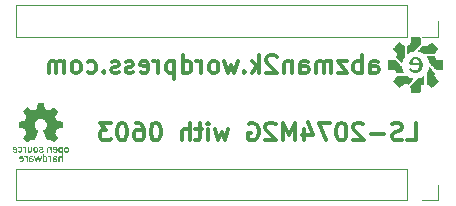
<source format=gbo>
G04 #@! TF.GenerationSoftware,KiCad,Pcbnew,(6.0.0)*
G04 #@! TF.CreationDate,2022-11-09T00:21:30-05:00*
G04 #@! TF.ProjectId,0603 display board,30363033-2064-4697-9370-6c617920626f,rev?*
G04 #@! TF.SameCoordinates,Original*
G04 #@! TF.FileFunction,Legend,Bot*
G04 #@! TF.FilePolarity,Positive*
%FSLAX46Y46*%
G04 Gerber Fmt 4.6, Leading zero omitted, Abs format (unit mm)*
G04 Created by KiCad (PCBNEW (6.0.0)) date 2022-11-09 00:21:30*
%MOMM*%
%LPD*%
G01*
G04 APERTURE LIST*
%ADD10C,0.300000*%
%ADD11C,0.120000*%
%ADD12R,1.700000X1.700000*%
%ADD13O,1.700000X1.700000*%
G04 APERTURE END LIST*
D10*
X162510714Y-88943571D02*
X162510714Y-88157857D01*
X162582142Y-88015000D01*
X162725000Y-87943571D01*
X163010714Y-87943571D01*
X163153571Y-88015000D01*
X162510714Y-88872142D02*
X162653571Y-88943571D01*
X163010714Y-88943571D01*
X163153571Y-88872142D01*
X163225000Y-88729285D01*
X163225000Y-88586428D01*
X163153571Y-88443571D01*
X163010714Y-88372142D01*
X162653571Y-88372142D01*
X162510714Y-88300714D01*
X161796428Y-88943571D02*
X161796428Y-87443571D01*
X161796428Y-88015000D02*
X161653571Y-87943571D01*
X161367857Y-87943571D01*
X161225000Y-88015000D01*
X161153571Y-88086428D01*
X161082142Y-88229285D01*
X161082142Y-88657857D01*
X161153571Y-88800714D01*
X161225000Y-88872142D01*
X161367857Y-88943571D01*
X161653571Y-88943571D01*
X161796428Y-88872142D01*
X160582142Y-87943571D02*
X159796428Y-87943571D01*
X160582142Y-88943571D01*
X159796428Y-88943571D01*
X159225000Y-88943571D02*
X159225000Y-87943571D01*
X159225000Y-88086428D02*
X159153571Y-88015000D01*
X159010714Y-87943571D01*
X158796428Y-87943571D01*
X158653571Y-88015000D01*
X158582142Y-88157857D01*
X158582142Y-88943571D01*
X158582142Y-88157857D02*
X158510714Y-88015000D01*
X158367857Y-87943571D01*
X158153571Y-87943571D01*
X158010714Y-88015000D01*
X157939285Y-88157857D01*
X157939285Y-88943571D01*
X156582142Y-88943571D02*
X156582142Y-88157857D01*
X156653571Y-88015000D01*
X156796428Y-87943571D01*
X157082142Y-87943571D01*
X157225000Y-88015000D01*
X156582142Y-88872142D02*
X156725000Y-88943571D01*
X157082142Y-88943571D01*
X157225000Y-88872142D01*
X157296428Y-88729285D01*
X157296428Y-88586428D01*
X157225000Y-88443571D01*
X157082142Y-88372142D01*
X156725000Y-88372142D01*
X156582142Y-88300714D01*
X155867857Y-87943571D02*
X155867857Y-88943571D01*
X155867857Y-88086428D02*
X155796428Y-88015000D01*
X155653571Y-87943571D01*
X155439285Y-87943571D01*
X155296428Y-88015000D01*
X155225000Y-88157857D01*
X155225000Y-88943571D01*
X154582142Y-87586428D02*
X154510714Y-87515000D01*
X154367857Y-87443571D01*
X154010714Y-87443571D01*
X153867857Y-87515000D01*
X153796428Y-87586428D01*
X153725000Y-87729285D01*
X153725000Y-87872142D01*
X153796428Y-88086428D01*
X154653571Y-88943571D01*
X153725000Y-88943571D01*
X153082142Y-88943571D02*
X153082142Y-87443571D01*
X152939285Y-88372142D02*
X152510714Y-88943571D01*
X152510714Y-87943571D02*
X153082142Y-88515000D01*
X151867857Y-88800714D02*
X151796428Y-88872142D01*
X151867857Y-88943571D01*
X151939285Y-88872142D01*
X151867857Y-88800714D01*
X151867857Y-88943571D01*
X151296428Y-87943571D02*
X151010714Y-88943571D01*
X150725000Y-88229285D01*
X150439285Y-88943571D01*
X150153571Y-87943571D01*
X149367857Y-88943571D02*
X149510714Y-88872142D01*
X149582142Y-88800714D01*
X149653571Y-88657857D01*
X149653571Y-88229285D01*
X149582142Y-88086428D01*
X149510714Y-88015000D01*
X149367857Y-87943571D01*
X149153571Y-87943571D01*
X149010714Y-88015000D01*
X148939285Y-88086428D01*
X148867857Y-88229285D01*
X148867857Y-88657857D01*
X148939285Y-88800714D01*
X149010714Y-88872142D01*
X149153571Y-88943571D01*
X149367857Y-88943571D01*
X148225000Y-88943571D02*
X148225000Y-87943571D01*
X148225000Y-88229285D02*
X148153571Y-88086428D01*
X148082142Y-88015000D01*
X147939285Y-87943571D01*
X147796428Y-87943571D01*
X146653571Y-88943571D02*
X146653571Y-87443571D01*
X146653571Y-88872142D02*
X146796428Y-88943571D01*
X147082142Y-88943571D01*
X147225000Y-88872142D01*
X147296428Y-88800714D01*
X147367857Y-88657857D01*
X147367857Y-88229285D01*
X147296428Y-88086428D01*
X147225000Y-88015000D01*
X147082142Y-87943571D01*
X146796428Y-87943571D01*
X146653571Y-88015000D01*
X145939285Y-87943571D02*
X145939285Y-89443571D01*
X145939285Y-88015000D02*
X145796428Y-87943571D01*
X145510714Y-87943571D01*
X145367857Y-88015000D01*
X145296428Y-88086428D01*
X145225000Y-88229285D01*
X145225000Y-88657857D01*
X145296428Y-88800714D01*
X145367857Y-88872142D01*
X145510714Y-88943571D01*
X145796428Y-88943571D01*
X145939285Y-88872142D01*
X144582142Y-88943571D02*
X144582142Y-87943571D01*
X144582142Y-88229285D02*
X144510714Y-88086428D01*
X144439285Y-88015000D01*
X144296428Y-87943571D01*
X144153571Y-87943571D01*
X143082142Y-88872142D02*
X143225000Y-88943571D01*
X143510714Y-88943571D01*
X143653571Y-88872142D01*
X143725000Y-88729285D01*
X143725000Y-88157857D01*
X143653571Y-88015000D01*
X143510714Y-87943571D01*
X143225000Y-87943571D01*
X143082142Y-88015000D01*
X143010714Y-88157857D01*
X143010714Y-88300714D01*
X143725000Y-88443571D01*
X142439285Y-88872142D02*
X142296428Y-88943571D01*
X142010714Y-88943571D01*
X141867857Y-88872142D01*
X141796428Y-88729285D01*
X141796428Y-88657857D01*
X141867857Y-88515000D01*
X142010714Y-88443571D01*
X142225000Y-88443571D01*
X142367857Y-88372142D01*
X142439285Y-88229285D01*
X142439285Y-88157857D01*
X142367857Y-88015000D01*
X142225000Y-87943571D01*
X142010714Y-87943571D01*
X141867857Y-88015000D01*
X141225000Y-88872142D02*
X141082142Y-88943571D01*
X140796428Y-88943571D01*
X140653571Y-88872142D01*
X140582142Y-88729285D01*
X140582142Y-88657857D01*
X140653571Y-88515000D01*
X140796428Y-88443571D01*
X141010714Y-88443571D01*
X141153571Y-88372142D01*
X141225000Y-88229285D01*
X141225000Y-88157857D01*
X141153571Y-88015000D01*
X141010714Y-87943571D01*
X140796428Y-87943571D01*
X140653571Y-88015000D01*
X139939285Y-88800714D02*
X139867857Y-88872142D01*
X139939285Y-88943571D01*
X140010714Y-88872142D01*
X139939285Y-88800714D01*
X139939285Y-88943571D01*
X138582142Y-88872142D02*
X138725000Y-88943571D01*
X139010714Y-88943571D01*
X139153571Y-88872142D01*
X139225000Y-88800714D01*
X139296428Y-88657857D01*
X139296428Y-88229285D01*
X139225000Y-88086428D01*
X139153571Y-88015000D01*
X139010714Y-87943571D01*
X138725000Y-87943571D01*
X138582142Y-88015000D01*
X137725000Y-88943571D02*
X137867857Y-88872142D01*
X137939285Y-88800714D01*
X138010714Y-88657857D01*
X138010714Y-88229285D01*
X137939285Y-88086428D01*
X137867857Y-88015000D01*
X137725000Y-87943571D01*
X137510714Y-87943571D01*
X137367857Y-88015000D01*
X137296428Y-88086428D01*
X137225000Y-88229285D01*
X137225000Y-88657857D01*
X137296428Y-88800714D01*
X137367857Y-88872142D01*
X137510714Y-88943571D01*
X137725000Y-88943571D01*
X136582142Y-88943571D02*
X136582142Y-87943571D01*
X136582142Y-88086428D02*
X136510714Y-88015000D01*
X136367857Y-87943571D01*
X136153571Y-87943571D01*
X136010714Y-88015000D01*
X135939285Y-88157857D01*
X135939285Y-88943571D01*
X135939285Y-88157857D02*
X135867857Y-88015000D01*
X135725000Y-87943571D01*
X135510714Y-87943571D01*
X135367857Y-88015000D01*
X135296428Y-88157857D01*
X135296428Y-88943571D01*
X165642142Y-94658571D02*
X166356428Y-94658571D01*
X166356428Y-93158571D01*
X165213571Y-94587142D02*
X164999285Y-94658571D01*
X164642142Y-94658571D01*
X164499285Y-94587142D01*
X164427857Y-94515714D01*
X164356428Y-94372857D01*
X164356428Y-94230000D01*
X164427857Y-94087142D01*
X164499285Y-94015714D01*
X164642142Y-93944285D01*
X164927857Y-93872857D01*
X165070714Y-93801428D01*
X165142142Y-93730000D01*
X165213571Y-93587142D01*
X165213571Y-93444285D01*
X165142142Y-93301428D01*
X165070714Y-93230000D01*
X164927857Y-93158571D01*
X164570714Y-93158571D01*
X164356428Y-93230000D01*
X163713571Y-94087142D02*
X162570714Y-94087142D01*
X161927857Y-93301428D02*
X161856428Y-93230000D01*
X161713571Y-93158571D01*
X161356428Y-93158571D01*
X161213571Y-93230000D01*
X161142142Y-93301428D01*
X161070714Y-93444285D01*
X161070714Y-93587142D01*
X161142142Y-93801428D01*
X161999285Y-94658571D01*
X161070714Y-94658571D01*
X160142142Y-93158571D02*
X159999285Y-93158571D01*
X159856428Y-93230000D01*
X159785000Y-93301428D01*
X159713571Y-93444285D01*
X159642142Y-93730000D01*
X159642142Y-94087142D01*
X159713571Y-94372857D01*
X159785000Y-94515714D01*
X159856428Y-94587142D01*
X159999285Y-94658571D01*
X160142142Y-94658571D01*
X160285000Y-94587142D01*
X160356428Y-94515714D01*
X160427857Y-94372857D01*
X160499285Y-94087142D01*
X160499285Y-93730000D01*
X160427857Y-93444285D01*
X160356428Y-93301428D01*
X160285000Y-93230000D01*
X160142142Y-93158571D01*
X159142142Y-93158571D02*
X158142142Y-93158571D01*
X158785000Y-94658571D01*
X156927857Y-93658571D02*
X156927857Y-94658571D01*
X157285000Y-93087142D02*
X157642142Y-94158571D01*
X156713571Y-94158571D01*
X156142142Y-94658571D02*
X156142142Y-93158571D01*
X155642142Y-94230000D01*
X155142142Y-93158571D01*
X155142142Y-94658571D01*
X154499285Y-93301428D02*
X154427857Y-93230000D01*
X154285000Y-93158571D01*
X153927857Y-93158571D01*
X153785000Y-93230000D01*
X153713571Y-93301428D01*
X153642142Y-93444285D01*
X153642142Y-93587142D01*
X153713571Y-93801428D01*
X154570714Y-94658571D01*
X153642142Y-94658571D01*
X152213571Y-93230000D02*
X152356428Y-93158571D01*
X152570714Y-93158571D01*
X152785000Y-93230000D01*
X152927857Y-93372857D01*
X152999285Y-93515714D01*
X153070714Y-93801428D01*
X153070714Y-94015714D01*
X152999285Y-94301428D01*
X152927857Y-94444285D01*
X152785000Y-94587142D01*
X152570714Y-94658571D01*
X152427857Y-94658571D01*
X152213571Y-94587142D01*
X152142142Y-94515714D01*
X152142142Y-94015714D01*
X152427857Y-94015714D01*
X150499285Y-93658571D02*
X150213571Y-94658571D01*
X149927857Y-93944285D01*
X149642142Y-94658571D01*
X149356428Y-93658571D01*
X148785000Y-94658571D02*
X148785000Y-93658571D01*
X148785000Y-93158571D02*
X148856428Y-93230000D01*
X148785000Y-93301428D01*
X148713571Y-93230000D01*
X148785000Y-93158571D01*
X148785000Y-93301428D01*
X148285000Y-93658571D02*
X147713571Y-93658571D01*
X148070714Y-93158571D02*
X148070714Y-94444285D01*
X147999285Y-94587142D01*
X147856428Y-94658571D01*
X147713571Y-94658571D01*
X147213571Y-94658571D02*
X147213571Y-93158571D01*
X146570714Y-94658571D02*
X146570714Y-93872857D01*
X146642142Y-93730000D01*
X146785000Y-93658571D01*
X146999285Y-93658571D01*
X147142142Y-93730000D01*
X147213571Y-93801428D01*
X144427857Y-93158571D02*
X144285000Y-93158571D01*
X144142142Y-93230000D01*
X144070714Y-93301428D01*
X143999285Y-93444285D01*
X143927857Y-93730000D01*
X143927857Y-94087142D01*
X143999285Y-94372857D01*
X144070714Y-94515714D01*
X144142142Y-94587142D01*
X144285000Y-94658571D01*
X144427857Y-94658571D01*
X144570714Y-94587142D01*
X144642142Y-94515714D01*
X144713571Y-94372857D01*
X144785000Y-94087142D01*
X144785000Y-93730000D01*
X144713571Y-93444285D01*
X144642142Y-93301428D01*
X144570714Y-93230000D01*
X144427857Y-93158571D01*
X142642142Y-93158571D02*
X142927857Y-93158571D01*
X143070714Y-93230000D01*
X143142142Y-93301428D01*
X143285000Y-93515714D01*
X143356428Y-93801428D01*
X143356428Y-94372857D01*
X143285000Y-94515714D01*
X143213571Y-94587142D01*
X143070714Y-94658571D01*
X142785000Y-94658571D01*
X142642142Y-94587142D01*
X142570714Y-94515714D01*
X142499285Y-94372857D01*
X142499285Y-94015714D01*
X142570714Y-93872857D01*
X142642142Y-93801428D01*
X142785000Y-93730000D01*
X143070714Y-93730000D01*
X143213571Y-93801428D01*
X143285000Y-93872857D01*
X143356428Y-94015714D01*
X141570714Y-93158571D02*
X141427857Y-93158571D01*
X141285000Y-93230000D01*
X141213571Y-93301428D01*
X141142142Y-93444285D01*
X141070714Y-93730000D01*
X141070714Y-94087142D01*
X141142142Y-94372857D01*
X141213571Y-94515714D01*
X141285000Y-94587142D01*
X141427857Y-94658571D01*
X141570714Y-94658571D01*
X141713571Y-94587142D01*
X141785000Y-94515714D01*
X141856428Y-94372857D01*
X141927857Y-94087142D01*
X141927857Y-93730000D01*
X141856428Y-93444285D01*
X141785000Y-93301428D01*
X141713571Y-93230000D01*
X141570714Y-93158571D01*
X140570714Y-93158571D02*
X139642142Y-93158571D01*
X140142142Y-93730000D01*
X139927857Y-93730000D01*
X139785000Y-93801428D01*
X139713571Y-93872857D01*
X139642142Y-94015714D01*
X139642142Y-94372857D01*
X139713571Y-94515714D01*
X139785000Y-94587142D01*
X139927857Y-94658571D01*
X140356428Y-94658571D01*
X140499285Y-94587142D01*
X140570714Y-94515714D01*
G36*
X133183331Y-96192044D02*
G01*
X133184412Y-96247588D01*
X133178479Y-96300463D01*
X133166012Y-96347828D01*
X133147494Y-96386842D01*
X133132636Y-96408242D01*
X133106727Y-96435475D01*
X133075432Y-96455912D01*
X133035235Y-96472229D01*
X133013192Y-96477181D01*
X132977098Y-96479604D01*
X132937906Y-96477480D01*
X132900380Y-96471135D01*
X132869284Y-96460895D01*
X132863193Y-96457955D01*
X132842075Y-96445974D01*
X132821587Y-96432124D01*
X132804302Y-96418394D01*
X132792791Y-96406774D01*
X132789626Y-96399256D01*
X132789699Y-96399097D01*
X132795529Y-96392625D01*
X132808223Y-96380762D01*
X132825172Y-96365952D01*
X132858920Y-96337278D01*
X132877163Y-96352629D01*
X132898700Y-96366108D01*
X132928946Y-96377553D01*
X132960689Y-96383929D01*
X132988433Y-96383702D01*
X133021551Y-96372814D01*
X133049754Y-96352784D01*
X133070044Y-96325845D01*
X133080277Y-96294091D01*
X133083768Y-96268063D01*
X132774223Y-96268063D01*
X132776949Y-96196836D01*
X132777147Y-96191763D01*
X132777719Y-96180541D01*
X132876133Y-96180541D01*
X133083768Y-96180541D01*
X133080277Y-96154513D01*
X133071081Y-96123679D01*
X133051720Y-96097012D01*
X133024121Y-96078467D01*
X132989917Y-96069577D01*
X132971192Y-96069240D01*
X132938592Y-96077018D01*
X132911900Y-96095292D01*
X132892057Y-96123287D01*
X132880005Y-96160224D01*
X132876133Y-96180541D01*
X132777719Y-96180541D01*
X132778720Y-96160901D01*
X132781051Y-96138369D01*
X132784895Y-96120495D01*
X132791006Y-96103609D01*
X132800140Y-96084040D01*
X132822066Y-96048225D01*
X132855135Y-96014336D01*
X132895076Y-95990766D01*
X132941448Y-95977762D01*
X132993808Y-95975572D01*
X133000076Y-95976027D01*
X133048579Y-95985742D01*
X133090299Y-96005773D01*
X133124883Y-96035736D01*
X133151977Y-96075243D01*
X133171229Y-96123909D01*
X133182129Y-96180541D01*
X133182285Y-96181349D01*
X133183331Y-96192044D01*
G37*
G36*
X134390161Y-95981764D02*
G01*
X134428541Y-95983618D01*
X134482073Y-96150724D01*
X134484243Y-96157491D01*
X134498064Y-96200207D01*
X134510670Y-96238542D01*
X134521551Y-96270989D01*
X134530195Y-96296040D01*
X134536092Y-96312185D01*
X134538730Y-96317917D01*
X134540299Y-96314573D01*
X134544835Y-96300741D01*
X134551742Y-96277694D01*
X134560544Y-96247062D01*
X134570767Y-96210475D01*
X134581935Y-96169565D01*
X134589697Y-96140819D01*
X134600638Y-96100316D01*
X134610418Y-96064124D01*
X134618514Y-96034182D01*
X134624400Y-96012430D01*
X134627552Y-96000810D01*
X134633091Y-95980492D01*
X134685935Y-95980492D01*
X134695474Y-95980550D01*
X134717613Y-95981203D01*
X134733008Y-95982426D01*
X134738779Y-95984029D01*
X134738748Y-95984205D01*
X134736472Y-95991929D01*
X134730944Y-96009824D01*
X134722652Y-96036349D01*
X134712086Y-96069962D01*
X134699735Y-96109123D01*
X134686087Y-96152290D01*
X134671631Y-96197923D01*
X134656857Y-96244480D01*
X134642253Y-96290421D01*
X134628308Y-96334204D01*
X134615512Y-96374289D01*
X134604352Y-96409135D01*
X134595319Y-96437200D01*
X134588901Y-96456944D01*
X134585587Y-96466825D01*
X134585417Y-96467237D01*
X134578905Y-96471492D01*
X134563421Y-96473366D01*
X134537274Y-96473076D01*
X134491877Y-96471238D01*
X134442357Y-96304291D01*
X134440537Y-96298166D01*
X134427663Y-96255454D01*
X134415845Y-96217276D01*
X134405569Y-96185128D01*
X134397321Y-96160504D01*
X134391588Y-96144899D01*
X134388855Y-96139806D01*
X134388726Y-96139938D01*
X134385634Y-96147492D01*
X134379564Y-96165325D01*
X134371008Y-96191880D01*
X134360463Y-96225601D01*
X134348420Y-96264932D01*
X134335375Y-96308315D01*
X134285876Y-96474364D01*
X134195728Y-96474364D01*
X134155176Y-96347770D01*
X134143145Y-96310180D01*
X134126415Y-96257832D01*
X134109160Y-96203767D01*
X134092827Y-96152526D01*
X134078867Y-96108649D01*
X134078752Y-96108288D01*
X134067362Y-96072513D01*
X134057164Y-96040618D01*
X134048806Y-96014612D01*
X134042932Y-95996505D01*
X134040190Y-95988306D01*
X134040443Y-95985595D01*
X134047278Y-95982595D01*
X134063403Y-95980977D01*
X134090407Y-95980492D01*
X134092737Y-95980495D01*
X134121858Y-95981390D01*
X134139500Y-95983953D01*
X134146537Y-95988306D01*
X134148478Y-95994707D01*
X134153336Y-96011867D01*
X134160566Y-96037913D01*
X134169700Y-96071149D01*
X134180270Y-96109880D01*
X134191808Y-96152409D01*
X134202133Y-96190260D01*
X134212930Y-96229124D01*
X134222419Y-96262524D01*
X134230121Y-96288806D01*
X134235559Y-96306314D01*
X134238256Y-96313395D01*
X134238566Y-96313400D01*
X134242187Y-96306638D01*
X134248952Y-96289696D01*
X134258342Y-96264018D01*
X134269842Y-96231047D01*
X134282934Y-96192228D01*
X134297103Y-96149002D01*
X134351781Y-95979911D01*
X134390161Y-95981764D01*
G37*
G36*
X134392346Y-95516582D02*
G01*
X134386019Y-95554055D01*
X134376937Y-95582669D01*
X134353952Y-95620762D01*
X134320511Y-95654331D01*
X134279831Y-95678832D01*
X134233744Y-95692858D01*
X134223955Y-95694265D01*
X134184030Y-95695441D01*
X134143786Y-95690546D01*
X134109142Y-95680182D01*
X134083385Y-95665797D01*
X134051608Y-95639539D01*
X134024630Y-95608013D01*
X134006189Y-95575035D01*
X134002326Y-95564799D01*
X133997857Y-95549735D01*
X133994882Y-95533039D01*
X133993102Y-95511993D01*
X133992216Y-95483881D01*
X133991924Y-95445986D01*
X133991927Y-95442860D01*
X134091745Y-95442860D01*
X134091952Y-95465778D01*
X134093744Y-95500510D01*
X134097992Y-95526462D01*
X134105436Y-95546017D01*
X134116813Y-95561558D01*
X134132864Y-95575466D01*
X134151824Y-95586316D01*
X134184867Y-95593735D01*
X134221407Y-95589881D01*
X134221645Y-95589820D01*
X134247325Y-95580895D01*
X134266516Y-95567919D01*
X134280038Y-95549248D01*
X134288710Y-95523237D01*
X134293352Y-95488243D01*
X134294783Y-95442622D01*
X134294607Y-95413170D01*
X134293570Y-95388809D01*
X134291222Y-95371081D01*
X134287129Y-95356870D01*
X134280854Y-95343059D01*
X134276791Y-95335788D01*
X134255656Y-95311670D01*
X134227357Y-95297473D01*
X134191229Y-95292823D01*
X134190513Y-95292825D01*
X134155830Y-95298568D01*
X134127112Y-95315289D01*
X134104586Y-95342856D01*
X134103985Y-95343891D01*
X134098655Y-95354874D01*
X134095112Y-95367566D01*
X134093011Y-95384662D01*
X134092004Y-95408861D01*
X134091745Y-95442860D01*
X133991927Y-95442860D01*
X133991939Y-95432509D01*
X133993012Y-95387476D01*
X133996176Y-95351867D01*
X134002068Y-95323289D01*
X134011324Y-95299350D01*
X134024579Y-95277655D01*
X134042471Y-95255813D01*
X134074808Y-95226796D01*
X134115034Y-95204438D01*
X134158285Y-95191922D01*
X134202743Y-95188968D01*
X134246586Y-95195294D01*
X134287998Y-95210621D01*
X134325157Y-95234667D01*
X134356246Y-95267152D01*
X134379445Y-95307796D01*
X134381595Y-95313404D01*
X134389498Y-95345000D01*
X134394494Y-95384460D01*
X134396614Y-95428440D01*
X134396386Y-95442622D01*
X134395888Y-95473596D01*
X134392346Y-95516582D01*
G37*
G36*
X135326188Y-95975965D02*
G01*
X135366323Y-95987909D01*
X135401490Y-96010115D01*
X135426448Y-96031479D01*
X135426448Y-95980492D01*
X135526473Y-95980492D01*
X135526473Y-96474364D01*
X135426448Y-96474364D01*
X135426448Y-96313148D01*
X135426443Y-96291833D01*
X135426343Y-96247135D01*
X135426020Y-96212579D01*
X135425349Y-96186483D01*
X135424203Y-96167165D01*
X135422459Y-96152943D01*
X135419991Y-96142136D01*
X135416674Y-96133062D01*
X135412382Y-96124039D01*
X135398404Y-96103807D01*
X135373789Y-96084808D01*
X135344661Y-96075030D01*
X135313927Y-96075323D01*
X135284490Y-96086539D01*
X135264436Y-96098766D01*
X135229789Y-96057025D01*
X135223301Y-96049116D01*
X135208896Y-96030800D01*
X135198890Y-96016956D01*
X135195141Y-96010103D01*
X135198363Y-96006371D01*
X135210279Y-95998697D01*
X135227962Y-95989643D01*
X135241396Y-95984084D01*
X135283680Y-95974588D01*
X135326188Y-95975965D01*
G37*
G36*
X136029277Y-96375740D02*
G01*
X136020922Y-96395757D01*
X135997580Y-96427802D01*
X135964911Y-96453586D01*
X135924545Y-96471616D01*
X135899158Y-96477020D01*
X135864418Y-96479812D01*
X135829401Y-96478875D01*
X135800172Y-96474088D01*
X135798691Y-96473657D01*
X135777317Y-96464380D01*
X135757974Y-96451687D01*
X135739025Y-96435743D01*
X135739025Y-96474364D01*
X135631651Y-96474364D01*
X135633978Y-96302272D01*
X135739025Y-96302272D01*
X135739604Y-96316452D01*
X135744725Y-96344494D01*
X135754335Y-96365439D01*
X135767451Y-96376712D01*
X135770155Y-96377600D01*
X135788169Y-96380827D01*
X135813171Y-96382946D01*
X135840707Y-96383796D01*
X135866328Y-96383214D01*
X135885582Y-96381036D01*
X135893641Y-96378911D01*
X135916465Y-96366711D01*
X135931844Y-96348733D01*
X135938743Y-96327599D01*
X135936127Y-96305929D01*
X135922961Y-96286344D01*
X135916341Y-96280676D01*
X135908387Y-96276213D01*
X135897449Y-96273238D01*
X135881148Y-96271340D01*
X135857103Y-96270111D01*
X135822937Y-96269141D01*
X135739025Y-96267094D01*
X135739025Y-96302272D01*
X135633978Y-96302272D01*
X135634208Y-96285255D01*
X135634247Y-96282355D01*
X135635275Y-96221620D01*
X135636548Y-96172473D01*
X135638113Y-96134040D01*
X135640012Y-96105444D01*
X135642292Y-96085811D01*
X135644998Y-96074265D01*
X135658443Y-96046681D01*
X135683282Y-96017763D01*
X135717901Y-95995477D01*
X135727053Y-95991171D01*
X135744787Y-95984373D01*
X135763670Y-95979986D01*
X135787486Y-95977268D01*
X135820020Y-95975479D01*
X135846432Y-95974870D01*
X135890015Y-95977008D01*
X135925425Y-95984034D01*
X135955091Y-95996543D01*
X135981440Y-96015132D01*
X135992170Y-96024729D01*
X136003461Y-96036123D01*
X136007841Y-96042491D01*
X136007693Y-96043031D01*
X136001611Y-96049955D01*
X135988396Y-96061767D01*
X135970504Y-96076248D01*
X135933166Y-96105244D01*
X135917277Y-96090518D01*
X135908270Y-96083351D01*
X135889153Y-96074342D01*
X135863587Y-96069474D01*
X135828690Y-96068014D01*
X135813294Y-96068657D01*
X135783148Y-96074125D01*
X135759732Y-96084349D01*
X135745780Y-96098331D01*
X135743340Y-96105205D01*
X135740238Y-96123354D01*
X135739025Y-96145065D01*
X135739025Y-96179179D01*
X135831235Y-96181805D01*
X135874004Y-96183565D01*
X135908830Y-96186623D01*
X135935680Y-96191508D01*
X135956863Y-96198814D01*
X135974688Y-96209137D01*
X135991462Y-96223071D01*
X136002949Y-96235966D01*
X136020503Y-96267197D01*
X136031417Y-96303625D01*
X136033499Y-96327599D01*
X136034678Y-96341167D01*
X136029277Y-96375740D01*
G37*
G36*
X136402434Y-96474364D02*
G01*
X136400498Y-96307135D01*
X136400145Y-96277512D01*
X136399519Y-96233597D01*
X136398783Y-96199697D01*
X136397805Y-96174222D01*
X136396451Y-96155577D01*
X136394587Y-96142172D01*
X136392080Y-96132412D01*
X136388797Y-96124706D01*
X136384603Y-96117461D01*
X136383992Y-96116494D01*
X136363149Y-96094799D01*
X136335512Y-96080771D01*
X136304521Y-96075062D01*
X136273620Y-96078325D01*
X136246249Y-96091214D01*
X136235982Y-96099294D01*
X136227244Y-96108344D01*
X136220528Y-96119322D01*
X136215571Y-96133738D01*
X136212107Y-96153103D01*
X136209873Y-96178927D01*
X136208603Y-96212721D01*
X136208034Y-96255995D01*
X136207900Y-96310261D01*
X136207891Y-96474364D01*
X136107354Y-96474364D01*
X136109173Y-96282129D01*
X136109271Y-96271827D01*
X136109871Y-96216085D01*
X136110686Y-96171100D01*
X136111998Y-96135373D01*
X136114088Y-96107404D01*
X136117240Y-96085694D01*
X136121735Y-96068744D01*
X136127855Y-96055054D01*
X136135884Y-96043126D01*
X136146103Y-96031460D01*
X136158794Y-96018557D01*
X136173956Y-96005508D01*
X136209671Y-95985927D01*
X136249792Y-95975566D01*
X136291391Y-95974657D01*
X136331538Y-95983430D01*
X136367305Y-96002116D01*
X136369334Y-96003586D01*
X136383775Y-96013746D01*
X136393874Y-96020376D01*
X136394701Y-96020602D01*
X136396820Y-96017698D01*
X136398492Y-96008631D01*
X136399761Y-95992346D01*
X136400671Y-95967785D01*
X136401266Y-95933893D01*
X136401590Y-95889612D01*
X136401688Y-95833886D01*
X136401688Y-95642781D01*
X136368868Y-95664443D01*
X136353662Y-95673433D01*
X136328440Y-95685327D01*
X136306229Y-95692693D01*
X136275194Y-95696451D01*
X136233136Y-95691887D01*
X136194242Y-95676972D01*
X136160504Y-95652870D01*
X136133914Y-95620746D01*
X136116464Y-95581763D01*
X136115652Y-95578742D01*
X136111495Y-95554146D01*
X136108559Y-95520661D01*
X136106844Y-95481333D01*
X136106429Y-95445986D01*
X136211016Y-95445986D01*
X136211498Y-95484380D01*
X136213482Y-95516556D01*
X136217532Y-95540193D01*
X136224210Y-95557347D01*
X136234076Y-95570073D01*
X136247691Y-95580429D01*
X136264756Y-95588480D01*
X136294223Y-95594127D01*
X136324651Y-95592293D01*
X136352119Y-95583372D01*
X136372704Y-95567764D01*
X136378699Y-95559379D01*
X136390967Y-95531046D01*
X136398757Y-95495414D01*
X136402088Y-95455623D01*
X136400979Y-95414815D01*
X136395449Y-95376130D01*
X136385516Y-95342709D01*
X136371200Y-95317694D01*
X136362345Y-95307959D01*
X136351478Y-95300372D01*
X136336875Y-95296336D01*
X136314153Y-95294032D01*
X136291858Y-95293596D01*
X136261395Y-95299064D01*
X136238702Y-95312914D01*
X136222286Y-95335828D01*
X136217575Y-95347489D01*
X136214331Y-95361916D01*
X136212323Y-95381514D01*
X136211301Y-95408724D01*
X136211016Y-95445986D01*
X136106429Y-95445986D01*
X136106349Y-95439209D01*
X136107072Y-95397334D01*
X136109014Y-95358754D01*
X136112173Y-95326517D01*
X136116548Y-95303668D01*
X136123244Y-95284939D01*
X136144648Y-95249125D01*
X136173730Y-95221222D01*
X136208672Y-95201821D01*
X136247654Y-95191514D01*
X136288855Y-95190892D01*
X136330457Y-95200547D01*
X136370638Y-95221070D01*
X136401688Y-95241965D01*
X136401688Y-95192798D01*
X136501713Y-95192798D01*
X136501713Y-96474364D01*
X136402434Y-96474364D01*
G37*
G36*
X135361162Y-95195800D02*
G01*
X135394466Y-95208183D01*
X135420345Y-95227339D01*
X135429651Y-95236500D01*
X135439149Y-95241696D01*
X135443904Y-95235629D01*
X135445203Y-95217804D01*
X135445203Y-95192798D01*
X135545228Y-95192798D01*
X135545228Y-95692921D01*
X135446110Y-95692921D01*
X135444094Y-95525693D01*
X135443639Y-95489193D01*
X135443001Y-95446886D01*
X135442245Y-95414355D01*
X135441232Y-95390000D01*
X135439821Y-95372222D01*
X135437873Y-95359420D01*
X135435248Y-95349994D01*
X135431807Y-95342343D01*
X135427408Y-95334869D01*
X135424596Y-95330537D01*
X135404343Y-95308786D01*
X135378559Y-95296614D01*
X135344891Y-95292823D01*
X135312499Y-95296765D01*
X135286129Y-95309841D01*
X135266319Y-95332742D01*
X135262962Y-95339182D01*
X135260067Y-95347755D01*
X135257791Y-95359551D01*
X135256011Y-95376116D01*
X135254606Y-95398997D01*
X135253451Y-95429741D01*
X135252425Y-95469895D01*
X135251405Y-95521004D01*
X135248280Y-95689796D01*
X135196213Y-95691619D01*
X135144147Y-95693443D01*
X135146201Y-95507199D01*
X135146230Y-95504587D01*
X135146854Y-95451735D01*
X135147503Y-95409759D01*
X135148296Y-95377104D01*
X135149349Y-95352211D01*
X135150782Y-95333524D01*
X135152711Y-95319486D01*
X135155255Y-95308541D01*
X135158530Y-95299130D01*
X135162656Y-95289697D01*
X135181194Y-95257025D01*
X135207145Y-95229184D01*
X135242028Y-95206819D01*
X135249898Y-95203112D01*
X135285558Y-95192882D01*
X135323753Y-95190572D01*
X135361162Y-95195800D01*
G37*
G36*
X134649369Y-91479388D02*
G01*
X134705570Y-91479442D01*
X134751038Y-91479603D01*
X134786952Y-91479928D01*
X134814490Y-91480476D01*
X134834834Y-91481302D01*
X134849163Y-91482464D01*
X134858655Y-91484019D01*
X134864491Y-91486024D01*
X134867851Y-91488535D01*
X134869913Y-91491610D01*
X134870182Y-91492217D01*
X134873094Y-91502783D01*
X134877909Y-91524002D01*
X134884341Y-91554450D01*
X134892099Y-91592706D01*
X134900894Y-91637349D01*
X134910438Y-91686957D01*
X134920441Y-91740108D01*
X134922182Y-91749436D01*
X134932164Y-91801856D01*
X134941712Y-91850320D01*
X134950530Y-91893436D01*
X134958320Y-91929812D01*
X134964787Y-91958058D01*
X134969633Y-91976782D01*
X134972563Y-91984591D01*
X134974658Y-91986118D01*
X134987227Y-91992716D01*
X135008847Y-92002748D01*
X135037660Y-92015451D01*
X135071810Y-92030066D01*
X135109439Y-92045832D01*
X135148689Y-92061987D01*
X135187702Y-92077772D01*
X135224621Y-92092425D01*
X135257588Y-92105186D01*
X135284746Y-92115293D01*
X135304236Y-92121986D01*
X135314203Y-92124505D01*
X135317560Y-92123922D01*
X135330228Y-92118311D01*
X135350948Y-92106554D01*
X135380122Y-92088396D01*
X135418152Y-92063582D01*
X135465442Y-92031858D01*
X135522394Y-91992970D01*
X135539748Y-91981042D01*
X135589170Y-91947091D01*
X135629576Y-91919409D01*
X135661953Y-91897381D01*
X135687288Y-91880393D01*
X135706566Y-91867831D01*
X135720776Y-91859079D01*
X135730904Y-91853523D01*
X135737935Y-91850549D01*
X135742857Y-91849541D01*
X135746656Y-91849885D01*
X135750318Y-91850967D01*
X135755804Y-91854512D01*
X135769480Y-91866125D01*
X135789484Y-91884557D01*
X135814641Y-91908611D01*
X135843776Y-91937093D01*
X135875713Y-91968804D01*
X135909278Y-92002550D01*
X135943294Y-92037134D01*
X135976588Y-92071359D01*
X136007984Y-92104030D01*
X136036307Y-92133950D01*
X136060381Y-92159924D01*
X136079032Y-92180754D01*
X136091084Y-92195244D01*
X136095363Y-92202199D01*
X136095303Y-92202667D01*
X136090995Y-92211787D01*
X136080427Y-92229805D01*
X136064378Y-92255510D01*
X136043628Y-92287693D01*
X136018955Y-92325143D01*
X135991137Y-92366652D01*
X135960955Y-92411009D01*
X135958078Y-92415208D01*
X135918190Y-92473896D01*
X135885392Y-92523116D01*
X135859756Y-92562756D01*
X135841355Y-92592699D01*
X135830261Y-92612831D01*
X135826547Y-92623039D01*
X135827603Y-92629070D01*
X135833022Y-92646357D01*
X135842352Y-92671753D01*
X135854817Y-92703465D01*
X135869640Y-92739699D01*
X135886045Y-92778663D01*
X135903256Y-92818564D01*
X135920496Y-92857609D01*
X135936988Y-92894004D01*
X135951956Y-92925958D01*
X135964623Y-92951676D01*
X135974213Y-92969366D01*
X135979949Y-92977235D01*
X135987881Y-92980017D01*
X136006930Y-92984846D01*
X136035433Y-92991271D01*
X136071910Y-92998982D01*
X136114880Y-93007665D01*
X136162864Y-93017008D01*
X136214382Y-93026699D01*
X136262241Y-93035626D01*
X136310653Y-93044820D01*
X136354213Y-93053264D01*
X136391432Y-93060660D01*
X136420819Y-93066713D01*
X136440884Y-93071125D01*
X136450138Y-93073600D01*
X136464204Y-93079510D01*
X136464204Y-93329037D01*
X136464203Y-93337380D01*
X136464163Y-93398530D01*
X136464021Y-93448474D01*
X136463728Y-93488368D01*
X136463234Y-93519366D01*
X136462489Y-93542623D01*
X136461444Y-93559295D01*
X136460048Y-93570537D01*
X136458253Y-93577504D01*
X136456008Y-93581351D01*
X136453264Y-93583233D01*
X136444961Y-93585385D01*
X136425765Y-93589547D01*
X136397157Y-93595416D01*
X136360589Y-93602702D01*
X136317512Y-93611116D01*
X136269377Y-93620369D01*
X136217634Y-93630173D01*
X136188245Y-93635726D01*
X136130864Y-93646767D01*
X136084477Y-93656034D01*
X136048161Y-93663736D01*
X136020993Y-93670085D01*
X136002050Y-93675289D01*
X135990409Y-93679560D01*
X135985147Y-93683108D01*
X135984256Y-93684600D01*
X135978683Y-93696358D01*
X135969362Y-93717708D01*
X135956938Y-93747110D01*
X135942058Y-93783027D01*
X135925365Y-93823920D01*
X135907505Y-93868250D01*
X135891714Y-93908008D01*
X135872031Y-93958836D01*
X135857214Y-93998990D01*
X135847111Y-94028911D01*
X135841565Y-94049039D01*
X135840424Y-94059813D01*
X135843652Y-94067173D01*
X135853347Y-94084078D01*
X135868649Y-94108802D01*
X135888726Y-94140050D01*
X135912744Y-94176529D01*
X135939871Y-94216944D01*
X135969274Y-94260001D01*
X135995617Y-94298495D01*
X136022734Y-94338662D01*
X136046729Y-94374781D01*
X136066796Y-94405609D01*
X136082129Y-94429907D01*
X136091920Y-94446434D01*
X136095363Y-94453948D01*
X136095066Y-94454879D01*
X136088614Y-94463668D01*
X136074451Y-94479950D01*
X136053532Y-94502715D01*
X136026814Y-94530948D01*
X135995250Y-94563639D01*
X135959795Y-94599775D01*
X135921405Y-94638343D01*
X135893224Y-94666412D01*
X135852831Y-94706395D01*
X135819910Y-94738566D01*
X135793679Y-94763638D01*
X135773353Y-94782324D01*
X135758148Y-94795336D01*
X135747280Y-94803387D01*
X135739966Y-94807190D01*
X135735422Y-94807458D01*
X135729536Y-94804169D01*
X135714082Y-94794400D01*
X135690667Y-94779073D01*
X135660557Y-94759033D01*
X135625020Y-94735125D01*
X135585323Y-94708193D01*
X135542733Y-94679082D01*
X135506698Y-94654526D01*
X135466497Y-94627542D01*
X135430239Y-94603644D01*
X135399187Y-94583642D01*
X135374604Y-94568350D01*
X135357754Y-94558579D01*
X135349900Y-94555141D01*
X135346969Y-94555687D01*
X135333341Y-94560812D01*
X135312033Y-94570468D01*
X135285324Y-94583594D01*
X135255496Y-94599128D01*
X135242227Y-94606123D01*
X135213606Y-94620502D01*
X135189150Y-94631838D01*
X135171112Y-94639117D01*
X135161744Y-94641325D01*
X135159848Y-94640138D01*
X135155288Y-94633986D01*
X135148617Y-94622039D01*
X135139550Y-94603651D01*
X135127803Y-94578179D01*
X135113093Y-94544977D01*
X135095134Y-94503400D01*
X135073643Y-94452804D01*
X135048336Y-94392543D01*
X135018929Y-94321973D01*
X134985138Y-94240449D01*
X134967557Y-94197880D01*
X134940740Y-94132673D01*
X134915624Y-94071273D01*
X134892597Y-94014647D01*
X134872047Y-93963760D01*
X134854363Y-93919580D01*
X134839933Y-93883075D01*
X134829145Y-93855210D01*
X134822388Y-93836954D01*
X134820049Y-93829273D01*
X134820602Y-93826090D01*
X134829234Y-93813750D01*
X134846618Y-93800067D01*
X134850212Y-93797721D01*
X134869778Y-93784425D01*
X134893886Y-93767478D01*
X134918140Y-93749960D01*
X134955171Y-93720131D01*
X135010147Y-93663696D01*
X135055472Y-93600520D01*
X135090672Y-93531825D01*
X135115274Y-93458831D01*
X135128806Y-93382763D01*
X135130795Y-93304841D01*
X135120767Y-93226288D01*
X135116093Y-93205870D01*
X135091475Y-93132745D01*
X135056150Y-93064523D01*
X135011131Y-93002286D01*
X134957433Y-92947119D01*
X134896070Y-92900104D01*
X134828057Y-92862327D01*
X134754408Y-92834870D01*
X134734525Y-92829961D01*
X134685764Y-92822619D01*
X134631556Y-92819439D01*
X134576210Y-92820421D01*
X134524035Y-92825565D01*
X134479340Y-92834870D01*
X134433361Y-92850173D01*
X134370513Y-92879533D01*
X134312811Y-92917993D01*
X134257411Y-92967248D01*
X134249356Y-92975386D01*
X134212607Y-93015485D01*
X134183888Y-93053186D01*
X134160897Y-93091811D01*
X134141331Y-93134684D01*
X134119609Y-93200314D01*
X134105542Y-93277516D01*
X134103158Y-93354636D01*
X134112126Y-93430501D01*
X134132114Y-93503939D01*
X134162787Y-93573777D01*
X134203816Y-93638842D01*
X134254867Y-93697961D01*
X134315608Y-93749960D01*
X134321316Y-93754131D01*
X134345940Y-93771793D01*
X134369344Y-93788132D01*
X134387130Y-93800067D01*
X134393343Y-93804321D01*
X134408241Y-93817847D01*
X134413699Y-93829273D01*
X134412763Y-93832824D01*
X134407597Y-93847276D01*
X134398257Y-93871694D01*
X134385131Y-93905111D01*
X134368607Y-93946561D01*
X134349073Y-93995076D01*
X134326919Y-94049689D01*
X134302531Y-94109434D01*
X134276299Y-94173343D01*
X134248610Y-94240449D01*
X134227065Y-94292472D01*
X134196033Y-94367107D01*
X134169210Y-94431190D01*
X134146309Y-94485365D01*
X134127049Y-94530276D01*
X134111143Y-94566569D01*
X134098309Y-94594888D01*
X134088262Y-94615879D01*
X134080719Y-94630185D01*
X134075394Y-94638452D01*
X134072004Y-94641325D01*
X134069113Y-94641047D01*
X134055671Y-94636494D01*
X134034546Y-94627313D01*
X134007989Y-94614520D01*
X133978253Y-94599128D01*
X133965186Y-94592219D01*
X133936421Y-94577591D01*
X133911755Y-94565827D01*
X133893471Y-94557990D01*
X133883848Y-94555141D01*
X133877851Y-94557601D01*
X133862327Y-94566434D01*
X133838872Y-94580915D01*
X133808750Y-94600232D01*
X133773224Y-94623574D01*
X133733558Y-94650128D01*
X133691015Y-94679082D01*
X133655292Y-94703514D01*
X133615030Y-94730865D01*
X133578719Y-94755330D01*
X133547625Y-94776066D01*
X133523017Y-94792229D01*
X133506162Y-94802975D01*
X133498327Y-94807458D01*
X133495885Y-94807681D01*
X133489771Y-94805376D01*
X133480417Y-94799106D01*
X133467038Y-94788161D01*
X133448851Y-94771827D01*
X133425072Y-94749390D01*
X133394917Y-94720140D01*
X133357602Y-94683362D01*
X133312344Y-94638343D01*
X133302160Y-94628165D01*
X133264439Y-94590130D01*
X133229902Y-94554790D01*
X133199502Y-94523158D01*
X133174196Y-94496246D01*
X133154938Y-94475065D01*
X133142683Y-94460628D01*
X133138385Y-94453948D01*
X133141172Y-94447635D01*
X133150352Y-94431972D01*
X133165156Y-94408411D01*
X133184777Y-94378192D01*
X133208408Y-94342557D01*
X133235243Y-94302746D01*
X133264474Y-94260001D01*
X133290296Y-94222226D01*
X133317755Y-94181409D01*
X133342209Y-94144366D01*
X133362825Y-94112391D01*
X133378772Y-94086777D01*
X133389216Y-94068820D01*
X133393325Y-94059813D01*
X133393053Y-94053701D01*
X133389012Y-94036780D01*
X133380465Y-94010215D01*
X133367257Y-93973565D01*
X133349234Y-93926390D01*
X133326243Y-93868250D01*
X133320400Y-93853684D01*
X133302846Y-93810294D01*
X133286667Y-93770836D01*
X133272507Y-93736850D01*
X133261013Y-93709875D01*
X133252829Y-93691448D01*
X133248601Y-93683108D01*
X133246983Y-93681601D01*
X133238989Y-93677757D01*
X133224204Y-93673095D01*
X133201706Y-93667406D01*
X133170571Y-93660480D01*
X133129876Y-93652106D01*
X133078698Y-93642073D01*
X133016114Y-93630173D01*
X132965036Y-93620496D01*
X132916844Y-93611233D01*
X132873690Y-93602806D01*
X132837027Y-93595504D01*
X132808304Y-93589615D01*
X132788973Y-93585428D01*
X132780485Y-93583233D01*
X132780119Y-93583069D01*
X132777439Y-93581007D01*
X132775252Y-93576839D01*
X132773508Y-93569409D01*
X132772158Y-93557563D01*
X132771152Y-93540144D01*
X132770441Y-93515997D01*
X132769974Y-93483969D01*
X132769702Y-93442903D01*
X132769576Y-93391644D01*
X132769545Y-93329037D01*
X132769545Y-93079510D01*
X132783611Y-93073600D01*
X132791791Y-93071378D01*
X132811108Y-93067099D01*
X132839856Y-93061158D01*
X132876547Y-93053851D01*
X132919689Y-93045474D01*
X132967792Y-93036325D01*
X133019367Y-93026699D01*
X133067324Y-93017689D01*
X133115608Y-93008311D01*
X133158983Y-92999570D01*
X133195969Y-92991780D01*
X133225088Y-92985253D01*
X133244858Y-92980301D01*
X133253800Y-92977235D01*
X133257040Y-92973343D01*
X133265364Y-92958900D01*
X133277038Y-92935799D01*
X133291286Y-92905833D01*
X133307331Y-92870794D01*
X133324396Y-92832476D01*
X133341706Y-92792672D01*
X133358483Y-92753174D01*
X133373951Y-92715776D01*
X133387333Y-92682271D01*
X133397853Y-92654451D01*
X133404735Y-92634109D01*
X133407202Y-92623039D01*
X133407185Y-92622674D01*
X133402982Y-92611809D01*
X133391405Y-92591026D01*
X133372524Y-92560440D01*
X133346414Y-92520165D01*
X133313146Y-92470317D01*
X133272793Y-92411009D01*
X133268773Y-92405138D01*
X133238853Y-92361082D01*
X133211400Y-92320031D01*
X133187191Y-92283195D01*
X133167007Y-92251784D01*
X133151625Y-92227008D01*
X133141825Y-92210076D01*
X133138385Y-92202199D01*
X133140960Y-92197539D01*
X133151341Y-92184664D01*
X133168589Y-92165176D01*
X133191528Y-92140271D01*
X133218985Y-92111147D01*
X133249782Y-92078999D01*
X133282746Y-92045023D01*
X133316702Y-92010415D01*
X133350473Y-91976373D01*
X133382885Y-91944092D01*
X133412763Y-91914767D01*
X133438932Y-91889596D01*
X133460216Y-91869775D01*
X133475440Y-91856500D01*
X133483430Y-91850967D01*
X133484880Y-91850499D01*
X133488361Y-91849597D01*
X133492291Y-91849616D01*
X133497658Y-91851169D01*
X133505448Y-91854870D01*
X133516647Y-91861336D01*
X133532241Y-91871181D01*
X133553218Y-91885019D01*
X133580563Y-91903465D01*
X133615262Y-91927134D01*
X133658303Y-91956641D01*
X133710671Y-91992601D01*
X133740897Y-92013294D01*
X133792936Y-92048517D01*
X133835523Y-92076719D01*
X133869069Y-92098158D01*
X133893982Y-92113093D01*
X133910673Y-92121783D01*
X133919551Y-92124485D01*
X133922454Y-92123981D01*
X133936626Y-92119611D01*
X133959537Y-92111387D01*
X133989331Y-92100071D01*
X134024154Y-92086422D01*
X134062152Y-92071200D01*
X134101470Y-92055166D01*
X134140254Y-92039079D01*
X134176648Y-92023700D01*
X134208798Y-92009788D01*
X134234851Y-91998103D01*
X134252950Y-91989406D01*
X134261241Y-91984457D01*
X134261593Y-91983946D01*
X134264835Y-91974161D01*
X134269950Y-91953705D01*
X134276645Y-91923968D01*
X134284621Y-91886339D01*
X134293584Y-91842209D01*
X134303237Y-91792967D01*
X134313285Y-91740004D01*
X134314932Y-91731196D01*
X134324905Y-91678520D01*
X134334367Y-91629621D01*
X134343029Y-91585921D01*
X134350602Y-91548839D01*
X134356796Y-91519795D01*
X134361322Y-91500210D01*
X134363892Y-91491505D01*
X134364765Y-91490010D01*
X134367314Y-91487228D01*
X134371754Y-91484980D01*
X134379266Y-91483207D01*
X134391028Y-91481854D01*
X134408219Y-91480864D01*
X134432018Y-91480181D01*
X134463604Y-91479748D01*
X134504156Y-91479508D01*
X134554853Y-91479406D01*
X134616874Y-91479385D01*
X134649369Y-91479388D01*
G37*
G36*
X136037203Y-95459975D02*
G01*
X136031932Y-95511625D01*
X136019793Y-95560000D01*
X136000756Y-95602730D01*
X135974791Y-95637443D01*
X135951627Y-95656949D01*
X135912548Y-95678874D01*
X135869484Y-95692715D01*
X135841693Y-95695811D01*
X135803059Y-95694766D01*
X135763420Y-95689114D01*
X135728299Y-95679376D01*
X135714327Y-95673062D01*
X135689128Y-95658007D01*
X135667143Y-95640966D01*
X135638651Y-95614777D01*
X135674512Y-95585185D01*
X135682670Y-95578494D01*
X135698416Y-95566362D01*
X135708562Y-95560842D01*
X135715879Y-95560788D01*
X135723136Y-95565052D01*
X135726204Y-95567275D01*
X135763821Y-95587592D01*
X135803693Y-95597834D01*
X135843191Y-95597639D01*
X135879686Y-95586645D01*
X135904884Y-95568031D01*
X135924138Y-95539670D01*
X135935468Y-95503812D01*
X135939641Y-95480369D01*
X135626498Y-95480369D01*
X135626545Y-95441297D01*
X135627040Y-95416930D01*
X135628854Y-95399099D01*
X135732774Y-95399099D01*
X135938762Y-95399099D01*
X135935094Y-95378781D01*
X135928204Y-95353361D01*
X135911984Y-95322597D01*
X135889701Y-95300720D01*
X135873629Y-95292794D01*
X135843501Y-95286741D01*
X135811586Y-95288494D01*
X135782844Y-95298170D01*
X135767805Y-95309653D01*
X135750333Y-95331635D01*
X135737661Y-95357179D01*
X135732774Y-95381328D01*
X135732774Y-95399099D01*
X135628854Y-95399099D01*
X135632486Y-95363407D01*
X135644400Y-95318594D01*
X135663352Y-95280759D01*
X135689910Y-95248165D01*
X135717283Y-95225489D01*
X135758213Y-95204044D01*
X135802552Y-95192312D01*
X135848093Y-95190332D01*
X135892628Y-95198143D01*
X135933948Y-95215782D01*
X135969848Y-95243288D01*
X135990202Y-95268073D01*
X136012106Y-95309101D01*
X136027260Y-95356342D01*
X136034271Y-95399099D01*
X136035636Y-95407424D01*
X136037203Y-95459975D01*
G37*
G36*
X132645054Y-95435519D02*
G01*
X132644451Y-95473025D01*
X132641988Y-95507379D01*
X132637700Y-95533969D01*
X132625097Y-95572741D01*
X132600702Y-95616724D01*
X132567952Y-95651624D01*
X132527212Y-95677074D01*
X132478848Y-95692708D01*
X132475870Y-95693295D01*
X132421895Y-95697426D01*
X132368548Y-95689787D01*
X132318082Y-95670941D01*
X132272750Y-95641447D01*
X132266269Y-95635882D01*
X132255090Y-95624868D01*
X132250667Y-95618207D01*
X132250698Y-95617966D01*
X132255789Y-95611179D01*
X132267907Y-95599098D01*
X132284612Y-95584170D01*
X132318557Y-95555169D01*
X132341184Y-95570524D01*
X132344735Y-95572850D01*
X132365897Y-95584624D01*
X132386045Y-95593217D01*
X132395905Y-95595786D01*
X132423319Y-95598513D01*
X132452851Y-95596956D01*
X132479746Y-95591555D01*
X132499250Y-95582748D01*
X132514816Y-95566790D01*
X132529510Y-95543823D01*
X132540297Y-95519144D01*
X132544489Y-95497799D01*
X132544489Y-95480369D01*
X132236814Y-95480369D01*
X132239378Y-95410039D01*
X132240152Y-95399099D01*
X132336797Y-95399099D01*
X132544489Y-95399099D01*
X132544489Y-95381328D01*
X132541450Y-95362786D01*
X132530235Y-95337124D01*
X132513563Y-95313933D01*
X132494419Y-95298170D01*
X132493520Y-95297698D01*
X132469303Y-95289620D01*
X132440798Y-95286571D01*
X132433949Y-95286768D01*
X132400333Y-95294359D01*
X132372972Y-95312311D01*
X132352886Y-95339713D01*
X132341091Y-95375656D01*
X132336797Y-95399099D01*
X132240152Y-95399099D01*
X132242583Y-95364718D01*
X132249361Y-95327731D01*
X132260730Y-95297451D01*
X132277751Y-95271071D01*
X132301484Y-95245789D01*
X132339084Y-95217394D01*
X132383904Y-95197477D01*
X132431608Y-95189200D01*
X132480733Y-95192995D01*
X132523329Y-95206291D01*
X132563831Y-95230633D01*
X132596761Y-95264780D01*
X132621894Y-95308495D01*
X132639006Y-95361537D01*
X132640540Y-95369494D01*
X132643722Y-95399099D01*
X132643762Y-95399472D01*
X132645054Y-95435519D01*
G37*
G36*
X136993389Y-95500644D02*
G01*
X136986887Y-95544692D01*
X136975432Y-95581065D01*
X136958383Y-95611840D01*
X136935101Y-95639091D01*
X136919543Y-95653032D01*
X136878530Y-95678863D01*
X136833542Y-95693036D01*
X136798314Y-95695788D01*
X136757745Y-95693121D01*
X136720517Y-95685277D01*
X136694930Y-95674783D01*
X136657903Y-95649732D01*
X136626822Y-95616289D01*
X136604305Y-95576896D01*
X136599959Y-95563802D01*
X136593969Y-95532798D01*
X136590166Y-95494595D01*
X136588555Y-95452443D01*
X136588688Y-95442622D01*
X136689396Y-95442622D01*
X136690009Y-95471827D01*
X136693610Y-95511015D01*
X136700818Y-95540494D01*
X136712071Y-95561791D01*
X136727807Y-95576431D01*
X136727842Y-95576454D01*
X136757699Y-95589496D01*
X136790910Y-95593697D01*
X136823383Y-95589083D01*
X136851031Y-95575678D01*
X136860491Y-95568094D01*
X136873977Y-95553574D01*
X136883170Y-95536180D01*
X136888813Y-95513524D01*
X136891653Y-95483214D01*
X136892434Y-95442860D01*
X136892432Y-95439198D01*
X136892118Y-95406228D01*
X136891024Y-95382807D01*
X136888802Y-95366236D01*
X136885107Y-95353818D01*
X136879593Y-95342856D01*
X136864118Y-95322609D01*
X136838291Y-95303528D01*
X136808772Y-95293446D01*
X136778039Y-95292361D01*
X136748569Y-95300271D01*
X136722838Y-95317171D01*
X136703325Y-95343059D01*
X136697672Y-95355271D01*
X136693343Y-95369273D01*
X136690811Y-95386421D01*
X136689641Y-95409832D01*
X136689396Y-95442622D01*
X136588688Y-95442622D01*
X136589137Y-95409595D01*
X136591916Y-95369300D01*
X136596894Y-95334811D01*
X136604074Y-95309377D01*
X136613503Y-95289878D01*
X136640757Y-95252228D01*
X136675129Y-95222967D01*
X136714824Y-95202456D01*
X136758045Y-95191056D01*
X136802997Y-95189129D01*
X136847884Y-95197034D01*
X136890911Y-95215134D01*
X136930281Y-95243789D01*
X136939752Y-95252975D01*
X136961751Y-95279849D01*
X136977622Y-95310103D01*
X136988076Y-95345908D01*
X136993826Y-95389437D01*
X136995584Y-95442860D01*
X136995576Y-95446846D01*
X136993389Y-95500644D01*
G37*
G36*
X133852908Y-95194113D02*
G01*
X133904199Y-95195924D01*
X133904167Y-95380344D01*
X133904165Y-95386771D01*
X133904114Y-95438487D01*
X133903920Y-95479436D01*
X133903477Y-95511183D01*
X133902682Y-95535292D01*
X133901431Y-95553328D01*
X133899617Y-95566855D01*
X133897138Y-95577436D01*
X133893889Y-95586638D01*
X133889765Y-95596022D01*
X133880605Y-95613573D01*
X133852353Y-95649845D01*
X133816198Y-95676638D01*
X133772917Y-95693307D01*
X133763313Y-95695289D01*
X133721678Y-95696291D01*
X133679252Y-95685917D01*
X133638301Y-95664650D01*
X133607251Y-95643754D01*
X133607251Y-95692921D01*
X133507226Y-95692921D01*
X133507226Y-95192798D01*
X133607251Y-95192798D01*
X133607251Y-95354014D01*
X133607256Y-95375468D01*
X133607356Y-95420131D01*
X133607679Y-95454655D01*
X133608351Y-95480721D01*
X133609496Y-95500008D01*
X133611241Y-95514197D01*
X133613709Y-95524969D01*
X133617026Y-95534003D01*
X133621317Y-95542980D01*
X133625968Y-95551387D01*
X133646686Y-95575627D01*
X133673805Y-95589554D01*
X133708485Y-95593845D01*
X133713369Y-95593738D01*
X133741247Y-95589097D01*
X133763879Y-95576186D01*
X133785033Y-95552994D01*
X133787169Y-95549993D01*
X133790555Y-95543882D01*
X133793186Y-95535918D01*
X133795181Y-95524580D01*
X133796658Y-95508346D01*
X133797737Y-95485694D01*
X133798537Y-95455104D01*
X133799174Y-95415054D01*
X133799770Y-95364023D01*
X133801616Y-95192302D01*
X133852908Y-95194113D01*
G37*
G36*
X134691034Y-95189672D02*
G01*
X134718052Y-95194969D01*
X134763806Y-95210908D01*
X134799404Y-95234083D01*
X134824811Y-95264461D01*
X134839994Y-95302007D01*
X134844918Y-95346686D01*
X134844589Y-95354215D01*
X134840491Y-95379819D01*
X134833240Y-95402225D01*
X134827293Y-95413849D01*
X134809563Y-95437793D01*
X134785917Y-95456253D01*
X134754764Y-95470022D01*
X134714509Y-95479892D01*
X134663561Y-95486656D01*
X134645634Y-95488527D01*
X134611289Y-95493525D01*
X134587082Y-95499940D01*
X134571351Y-95508542D01*
X134562435Y-95520105D01*
X134558673Y-95535399D01*
X134558821Y-95551094D01*
X134567321Y-95572300D01*
X134586313Y-95587297D01*
X134615985Y-95596206D01*
X134656522Y-95599148D01*
X134658223Y-95599144D01*
X134702636Y-95595304D01*
X134741468Y-95583264D01*
X134779541Y-95561552D01*
X134807662Y-95542204D01*
X134841908Y-95572239D01*
X134843980Y-95574063D01*
X134860281Y-95588995D01*
X134871828Y-95600578D01*
X134876234Y-95606437D01*
X134875980Y-95607685D01*
X134868841Y-95616242D01*
X134853832Y-95628355D01*
X134833578Y-95642200D01*
X134810705Y-95655956D01*
X134787836Y-95667800D01*
X134766866Y-95676572D01*
X134738345Y-95686252D01*
X134713773Y-95692356D01*
X134701179Y-95694276D01*
X134650867Y-95696589D01*
X134602437Y-95690800D01*
X134557848Y-95677634D01*
X134519057Y-95657812D01*
X134488021Y-95632060D01*
X134466698Y-95601098D01*
X134458237Y-95573604D01*
X134455599Y-95537819D01*
X134459934Y-95501406D01*
X134471076Y-95469383D01*
X134472275Y-95467092D01*
X134487337Y-95444241D01*
X134506404Y-95426351D01*
X134531162Y-95412699D01*
X134563295Y-95402565D01*
X134604489Y-95395225D01*
X134656428Y-95389958D01*
X134656530Y-95389950D01*
X134682059Y-95386876D01*
X134705007Y-95382231D01*
X134720415Y-95377017D01*
X134733646Y-95367077D01*
X134743031Y-95349409D01*
X134742530Y-95329678D01*
X134732407Y-95310755D01*
X134712926Y-95295511D01*
X134693901Y-95289058D01*
X134662701Y-95286109D01*
X134627712Y-95288912D01*
X134592846Y-95297083D01*
X134562016Y-95310241D01*
X134527313Y-95329826D01*
X134498638Y-95296261D01*
X134497762Y-95295233D01*
X134483730Y-95278032D01*
X134473776Y-95264483D01*
X134470006Y-95257442D01*
X134470502Y-95255712D01*
X134478643Y-95247151D01*
X134494678Y-95235807D01*
X134515883Y-95223462D01*
X134539536Y-95211902D01*
X134562332Y-95203958D01*
X134595363Y-95196275D01*
X134631007Y-95190866D01*
X134664489Y-95188432D01*
X134691034Y-95189672D01*
G37*
G36*
X135185114Y-96317442D02*
G01*
X135184103Y-96339143D01*
X135182385Y-96355095D01*
X135179777Y-96367291D01*
X135176093Y-96377724D01*
X135171149Y-96388388D01*
X135167195Y-96395791D01*
X135143698Y-96427005D01*
X135113343Y-96453135D01*
X135080205Y-96470505D01*
X135074798Y-96472243D01*
X135049846Y-96477683D01*
X135025022Y-96480122D01*
X135013513Y-96479651D01*
X134985922Y-96474859D01*
X134957695Y-96466148D01*
X134933205Y-96455019D01*
X134916829Y-96442975D01*
X134912352Y-96438290D01*
X134902225Y-96431470D01*
X134896726Y-96436086D01*
X134895068Y-96452483D01*
X134895068Y-96474364D01*
X134795043Y-96474364D01*
X134795043Y-96227428D01*
X134898195Y-96227428D01*
X134898196Y-96229233D01*
X134899024Y-96271573D01*
X134901879Y-96303550D01*
X134907463Y-96327164D01*
X134916481Y-96344413D01*
X134929637Y-96357296D01*
X134947635Y-96367811D01*
X134967996Y-96375832D01*
X134998773Y-96379449D01*
X135031549Y-96372097D01*
X135037719Y-96369566D01*
X135058569Y-96354740D01*
X135073700Y-96331685D01*
X135083397Y-96299552D01*
X135087944Y-96257486D01*
X135087628Y-96204638D01*
X135085138Y-96169000D01*
X135080555Y-96138902D01*
X135073972Y-96119312D01*
X135063224Y-96103578D01*
X135040335Y-96085411D01*
X135012788Y-96075724D01*
X134983338Y-96074486D01*
X134954741Y-96081665D01*
X134929751Y-96097231D01*
X134911125Y-96121152D01*
X134910206Y-96122958D01*
X134904997Y-96135206D01*
X134901524Y-96149052D01*
X134899453Y-96167222D01*
X134898454Y-96192439D01*
X134898195Y-96227428D01*
X134795043Y-96227428D01*
X134795043Y-95773665D01*
X134843492Y-95775491D01*
X134891942Y-95777317D01*
X134893637Y-95900785D01*
X134893732Y-95907201D01*
X134894580Y-95944317D01*
X134895807Y-95976464D01*
X134897305Y-96001758D01*
X134898967Y-96018315D01*
X134900686Y-96024253D01*
X134905460Y-96022273D01*
X134914620Y-96013881D01*
X134917474Y-96010796D01*
X134936595Y-95997342D01*
X134962867Y-95985674D01*
X134991917Y-95977443D01*
X135019373Y-95974302D01*
X135028717Y-95974433D01*
X135067895Y-95979481D01*
X135101270Y-95992925D01*
X135132812Y-96016230D01*
X135148726Y-96031443D01*
X135161296Y-96046465D01*
X135170678Y-96062877D01*
X135177329Y-96082528D01*
X135181705Y-96107270D01*
X135184265Y-96138955D01*
X135185466Y-96179432D01*
X135185764Y-96230554D01*
X135185756Y-96248820D01*
X135185722Y-96257486D01*
X135185604Y-96287999D01*
X135185114Y-96317442D01*
G37*
G36*
X132883871Y-95192238D02*
G01*
X132921992Y-95201047D01*
X132968834Y-95221097D01*
X133007027Y-95250091D01*
X133036702Y-95288168D01*
X133057990Y-95335468D01*
X133071022Y-95392132D01*
X133074813Y-95446952D01*
X133070257Y-95501558D01*
X133057680Y-95552106D01*
X133037645Y-95596354D01*
X133010717Y-95632062D01*
X133004313Y-95638200D01*
X132971202Y-95662577D01*
X132932916Y-95681771D01*
X132895003Y-95692867D01*
X132871022Y-95696394D01*
X132843330Y-95697908D01*
X132818099Y-95695074D01*
X132789799Y-95687619D01*
X132777987Y-95683538D01*
X132742908Y-95667273D01*
X132710545Y-95646747D01*
X132685743Y-95624882D01*
X132678316Y-95615808D01*
X132677768Y-95608513D01*
X132685743Y-95598459D01*
X132689378Y-95594658D01*
X132703995Y-95581044D01*
X132720962Y-95566782D01*
X132744272Y-95548296D01*
X132766727Y-95565423D01*
X132771668Y-95569027D01*
X132805678Y-95586417D01*
X132841569Y-95593831D01*
X132877033Y-95591672D01*
X132909765Y-95580349D01*
X132937459Y-95560264D01*
X132957808Y-95531825D01*
X132958576Y-95530244D01*
X132965531Y-95513391D01*
X132969699Y-95495822D01*
X132971716Y-95473618D01*
X132972216Y-95442860D01*
X132972177Y-95433915D01*
X132971349Y-95406334D01*
X132968925Y-95386228D01*
X132964215Y-95369631D01*
X132956532Y-95352574D01*
X132939896Y-95327155D01*
X132915032Y-95306800D01*
X132883211Y-95295986D01*
X132843239Y-95294096D01*
X132831983Y-95294829D01*
X132809422Y-95298086D01*
X132791471Y-95304754D01*
X132772473Y-95316636D01*
X132743664Y-95336942D01*
X132720658Y-95318697D01*
X132714917Y-95314039D01*
X132698153Y-95299426D01*
X132685684Y-95287195D01*
X132683840Y-95285144D01*
X132677560Y-95276479D01*
X132678929Y-95269261D01*
X132688449Y-95258254D01*
X132691187Y-95255425D01*
X132721986Y-95230751D01*
X132760070Y-95209886D01*
X132800764Y-95195443D01*
X132810832Y-95192973D01*
X132834491Y-95188847D01*
X132856570Y-95188690D01*
X132883871Y-95192238D01*
G37*
G36*
X133225005Y-95198593D02*
G01*
X133257825Y-95213131D01*
X133283031Y-95234542D01*
X133283815Y-95235481D01*
X133289088Y-95239819D01*
X133292196Y-95235413D01*
X133294674Y-95220400D01*
X133297800Y-95195924D01*
X133349375Y-95194108D01*
X133400950Y-95192293D01*
X133400950Y-95693427D01*
X133349375Y-95691611D01*
X133297800Y-95689796D01*
X133294674Y-95517878D01*
X133294187Y-95491424D01*
X133293170Y-95443364D01*
X133291942Y-95405612D01*
X133290209Y-95376674D01*
X133287680Y-95355055D01*
X133284060Y-95339263D01*
X133279057Y-95327801D01*
X133272378Y-95319178D01*
X133263730Y-95311898D01*
X133252820Y-95304468D01*
X133236225Y-95297232D01*
X133209115Y-95293181D01*
X133180425Y-95295096D01*
X133155488Y-95303054D01*
X133135703Y-95313286D01*
X133111691Y-95285863D01*
X133101917Y-95274505D01*
X133086626Y-95256055D01*
X133075480Y-95241784D01*
X133063280Y-95225129D01*
X133083842Y-95212421D01*
X133111317Y-95199594D01*
X133148705Y-95191486D01*
X133187616Y-95191265D01*
X133225005Y-95198593D01*
G37*
G36*
X133317677Y-95975800D02*
G01*
X133359860Y-95986756D01*
X133397837Y-96008210D01*
X133419705Y-96024889D01*
X133419705Y-95980492D01*
X133519729Y-95980492D01*
X133519729Y-96474364D01*
X133419705Y-96474364D01*
X133419695Y-96310261D01*
X133419662Y-96277446D01*
X133419441Y-96233757D01*
X133418930Y-96200000D01*
X133418036Y-96174591D01*
X133416665Y-96155944D01*
X133414723Y-96142474D01*
X133412118Y-96132595D01*
X133408755Y-96124722D01*
X133398847Y-96109290D01*
X133375113Y-96088292D01*
X133346121Y-96076753D01*
X133314599Y-96075525D01*
X133283272Y-96085462D01*
X133258794Y-96098221D01*
X133222699Y-96054346D01*
X133221920Y-96053397D01*
X133204951Y-96031992D01*
X133195510Y-96017879D01*
X133192623Y-96009283D01*
X133195315Y-96004426D01*
X133231343Y-95985579D01*
X133273950Y-95975391D01*
X133317677Y-95975800D01*
G37*
G36*
X134019104Y-96387519D02*
G01*
X133998170Y-96421522D01*
X133967454Y-96449309D01*
X133927723Y-96469415D01*
X133927225Y-96469592D01*
X133896950Y-96476670D01*
X133860665Y-96479914D01*
X133824211Y-96479122D01*
X133793428Y-96474088D01*
X133791948Y-96473657D01*
X133770574Y-96464380D01*
X133751230Y-96451687D01*
X133732282Y-96435743D01*
X133732282Y-96474364D01*
X133632257Y-96474364D01*
X133632290Y-96298914D01*
X133732282Y-96298914D01*
X133732292Y-96301370D01*
X133735254Y-96333220D01*
X133743993Y-96355765D01*
X133759273Y-96371041D01*
X133760103Y-96371552D01*
X133775408Y-96377004D01*
X133798263Y-96381400D01*
X133824125Y-96384227D01*
X133848449Y-96384973D01*
X133866690Y-96383129D01*
X133875981Y-96380948D01*
X133893418Y-96377062D01*
X133912570Y-96368436D01*
X133927057Y-96350406D01*
X133932132Y-96325890D01*
X133932006Y-96320813D01*
X133929113Y-96301719D01*
X133921296Y-96287699D01*
X133907058Y-96278037D01*
X133884900Y-96272020D01*
X133853326Y-96268933D01*
X133810837Y-96268063D01*
X133732282Y-96268063D01*
X133732282Y-96298914D01*
X133632290Y-96298914D01*
X133632292Y-96288380D01*
X133632382Y-96253627D01*
X133632913Y-96199609D01*
X133633890Y-96153939D01*
X133635281Y-96117654D01*
X133637052Y-96091792D01*
X133639168Y-96077391D01*
X133640314Y-96073610D01*
X133655105Y-96045853D01*
X133679012Y-96020037D01*
X133709090Y-95998802D01*
X133742397Y-95984788D01*
X133762901Y-95980206D01*
X133802569Y-95975574D01*
X133845106Y-95974642D01*
X133885581Y-95977434D01*
X133919066Y-95983971D01*
X133923677Y-95985500D01*
X133943408Y-95994593D01*
X133964069Y-96007137D01*
X133982605Y-96020921D01*
X133995966Y-96033735D01*
X134001098Y-96043369D01*
X134000993Y-96043840D01*
X133995122Y-96050775D01*
X133982043Y-96062545D01*
X133964241Y-96076889D01*
X133958737Y-96081106D01*
X133941575Y-96093615D01*
X133930906Y-96099431D01*
X133924197Y-96099568D01*
X133918917Y-96095041D01*
X133908209Y-96085698D01*
X133883983Y-96074890D01*
X133853858Y-96068970D01*
X133821278Y-96067950D01*
X133789683Y-96071843D01*
X133762517Y-96080661D01*
X133743222Y-96094416D01*
X133739920Y-96098986D01*
X133734094Y-96116354D01*
X133732282Y-96143151D01*
X133732282Y-96179395D01*
X133824492Y-96181639D01*
X133834728Y-96181901D01*
X133870375Y-96183178D01*
X133896670Y-96184992D01*
X133916151Y-96187665D01*
X133931359Y-96191518D01*
X133944834Y-96196873D01*
X133979530Y-96218461D01*
X134006796Y-96248661D01*
X134023840Y-96285731D01*
X134028558Y-96306733D01*
X134028982Y-96325890D01*
X134029489Y-96348767D01*
X134019104Y-96387519D01*
G37*
G36*
X168017469Y-87581388D02*
G01*
X168021685Y-87591637D01*
X168032326Y-87619942D01*
X168045682Y-87657284D01*
X168060105Y-87698887D01*
X168073951Y-87739974D01*
X168085572Y-87775768D01*
X168093323Y-87801493D01*
X168094864Y-87803264D01*
X168109565Y-87808417D01*
X168136711Y-87813244D01*
X168172680Y-87817034D01*
X168196723Y-87819060D01*
X168245688Y-87823754D01*
X168299162Y-87829408D01*
X168349220Y-87835207D01*
X168375071Y-87838313D01*
X168432982Y-87844977D01*
X168492631Y-87851532D01*
X168544538Y-87856925D01*
X168575046Y-87860027D01*
X168616086Y-87864415D01*
X168650349Y-87868318D01*
X168672580Y-87871152D01*
X168705133Y-87875891D01*
X168705133Y-88662791D01*
X168672580Y-88667529D01*
X168658184Y-88669419D01*
X168626835Y-88673088D01*
X168587203Y-88677417D01*
X168544538Y-88681820D01*
X168516284Y-88684678D01*
X168481136Y-88688340D01*
X168443221Y-88692427D01*
X168399643Y-88697261D01*
X168347508Y-88703164D01*
X168283921Y-88710458D01*
X168205987Y-88719464D01*
X168184226Y-88721805D01*
X168162627Y-88723782D01*
X168159841Y-88722666D01*
X168145515Y-88711807D01*
X168121126Y-88690534D01*
X168088086Y-88660246D01*
X168047804Y-88622343D01*
X168001693Y-88578225D01*
X167951162Y-88529292D01*
X167897623Y-88476943D01*
X167842487Y-88422578D01*
X167787164Y-88367597D01*
X167733066Y-88313400D01*
X167681604Y-88261385D01*
X167634187Y-88212954D01*
X167592228Y-88169505D01*
X167557138Y-88132439D01*
X167530326Y-88103154D01*
X167513204Y-88083052D01*
X167507184Y-88073532D01*
X167507156Y-88072311D01*
X167504100Y-88052073D01*
X167496820Y-88020119D01*
X167486496Y-87980759D01*
X167474308Y-87938303D01*
X167461437Y-87897061D01*
X167449064Y-87861343D01*
X167441745Y-87842436D01*
X167407139Y-87765439D01*
X167365642Y-87687943D01*
X167321892Y-87618796D01*
X167320157Y-87616311D01*
X167301437Y-87589321D01*
X167286507Y-87567492D01*
X167278462Y-87555346D01*
X167278629Y-87553546D01*
X167284883Y-87551110D01*
X167299584Y-87549123D01*
X167324004Y-87547548D01*
X167359418Y-87546346D01*
X167407099Y-87545478D01*
X167468320Y-87544906D01*
X167544355Y-87544591D01*
X167636477Y-87544495D01*
X168001176Y-87544495D01*
X168017469Y-87581388D01*
G37*
G36*
X168296063Y-86896602D02*
G01*
X168277626Y-86922494D01*
X168276815Y-86923627D01*
X168261473Y-86944078D01*
X168239856Y-86971827D01*
X168216373Y-87001208D01*
X168211147Y-87007662D01*
X168187298Y-87037214D01*
X168156936Y-87074937D01*
X168123419Y-87116657D01*
X168090105Y-87158199D01*
X168075172Y-87176803D01*
X168046617Y-87212155D01*
X168022276Y-87242006D01*
X168004351Y-87263665D01*
X167995043Y-87274438D01*
X167984403Y-87287040D01*
X167970010Y-87306991D01*
X167956588Y-87327475D01*
X167035877Y-87327475D01*
X166991575Y-87298083D01*
X166946961Y-87270761D01*
X166890849Y-87240198D01*
X166833103Y-87211823D01*
X166781360Y-87189578D01*
X166761235Y-87182316D01*
X166717298Y-87168387D01*
X166666721Y-87154030D01*
X166615266Y-87140772D01*
X166568693Y-87130141D01*
X166532765Y-87123664D01*
X166519017Y-87121453D01*
X166499284Y-87116601D01*
X166491531Y-87112038D01*
X166492975Y-87109953D01*
X166504467Y-87097216D01*
X166526368Y-87074185D01*
X166557397Y-87042168D01*
X166596277Y-87002474D01*
X166641729Y-86956411D01*
X166692475Y-86905287D01*
X166747235Y-86850411D01*
X167002938Y-86594817D01*
X167070594Y-86623898D01*
X167071006Y-86624075D01*
X167113376Y-86643224D01*
X167159437Y-86665444D01*
X167199290Y-86685960D01*
X167260330Y-86718942D01*
X167299119Y-86688454D01*
X167314750Y-86676099D01*
X167338623Y-86656992D01*
X167355340Y-86643318D01*
X167358391Y-86640766D01*
X167381611Y-86621657D01*
X167414926Y-86594561D01*
X167455397Y-86561837D01*
X167500085Y-86525845D01*
X167546053Y-86488943D01*
X167590363Y-86453493D01*
X167630076Y-86421852D01*
X167662255Y-86396380D01*
X167683961Y-86379436D01*
X167737225Y-86338540D01*
X168296063Y-86896602D01*
G37*
G36*
X167524776Y-88405216D02*
G01*
X167537313Y-88416474D01*
X167560164Y-88438163D01*
X167592015Y-88468999D01*
X167631555Y-88507702D01*
X167677469Y-88552987D01*
X167728446Y-88603573D01*
X167783171Y-88658178D01*
X168037347Y-88912463D01*
X168014636Y-88964176D01*
X168010254Y-88973989D01*
X167993644Y-89009696D01*
X167973639Y-89051217D01*
X167953645Y-89091444D01*
X167915363Y-89167000D01*
X167969527Y-89234647D01*
X167983637Y-89252248D01*
X168007334Y-89281712D01*
X168026567Y-89305508D01*
X168038150Y-89319686D01*
X168041064Y-89323231D01*
X168054774Y-89340094D01*
X168076804Y-89367306D01*
X168105364Y-89402653D01*
X168138665Y-89443922D01*
X168174918Y-89488898D01*
X168297226Y-89640717D01*
X168017656Y-89920386D01*
X167995962Y-89942053D01*
X167931782Y-90005697D01*
X167874974Y-90061320D01*
X167826322Y-90108179D01*
X167786612Y-90145534D01*
X167756628Y-90172643D01*
X167737153Y-90188764D01*
X167728974Y-90193157D01*
X167727461Y-90191981D01*
X167714471Y-90181657D01*
X167690755Y-90162690D01*
X167658452Y-90136793D01*
X167619697Y-90105679D01*
X167576630Y-90071060D01*
X167567407Y-90063643D01*
X167522576Y-90027607D01*
X167480683Y-89993961D01*
X167444375Y-89964827D01*
X167416299Y-89942331D01*
X167399102Y-89928595D01*
X167390196Y-89921459D01*
X167361448Y-89897902D01*
X167336166Y-89876558D01*
X167307525Y-89851787D01*
X167307525Y-88942644D01*
X167345810Y-88883462D01*
X167387745Y-88812138D01*
X167441769Y-88694660D01*
X167483410Y-88568415D01*
X167511542Y-88436446D01*
X167512586Y-88430466D01*
X167517665Y-88411527D01*
X167522823Y-88403893D01*
X167524776Y-88405216D01*
G37*
G36*
X166763848Y-85962420D02*
G01*
X166765735Y-85976815D01*
X166769397Y-86008163D01*
X166773713Y-86047796D01*
X166778100Y-86090462D01*
X166781075Y-86119705D01*
X166787082Y-86176621D01*
X166793604Y-86236411D01*
X166799673Y-86290120D01*
X166804132Y-86328732D01*
X166809246Y-86373232D01*
X166813603Y-86411377D01*
X166816581Y-86437722D01*
X166821431Y-86481154D01*
X166498056Y-86803359D01*
X166174682Y-87125563D01*
X166109576Y-87140648D01*
X166089007Y-87145608D01*
X165956294Y-87187275D01*
X165830690Y-87243675D01*
X165714600Y-87313755D01*
X165695730Y-87326776D01*
X165669208Y-87344881D01*
X165650565Y-87357347D01*
X165642983Y-87362030D01*
X165642736Y-87359690D01*
X165642290Y-87342930D01*
X165641883Y-87311546D01*
X165641527Y-87267329D01*
X165641230Y-87212074D01*
X165641006Y-87147574D01*
X165640863Y-87075622D01*
X165640813Y-86998011D01*
X165640813Y-86633824D01*
X165677706Y-86617531D01*
X165687956Y-86613315D01*
X165716261Y-86602674D01*
X165753603Y-86589318D01*
X165795206Y-86574895D01*
X165836292Y-86561049D01*
X165872087Y-86549428D01*
X165897812Y-86541677D01*
X165899582Y-86540136D01*
X165904736Y-86525435D01*
X165909562Y-86498289D01*
X165913352Y-86462320D01*
X165915378Y-86438277D01*
X165920072Y-86389312D01*
X165925727Y-86335838D01*
X165931525Y-86285780D01*
X165934631Y-86259929D01*
X165941295Y-86202018D01*
X165947851Y-86142369D01*
X165953243Y-86090462D01*
X165956346Y-86059954D01*
X165960734Y-86018914D01*
X165964636Y-85984651D01*
X165967471Y-85962420D01*
X165972209Y-85929867D01*
X166759109Y-85929867D01*
X166763848Y-85962420D01*
G37*
G36*
X164908621Y-88127442D02*
G01*
X164920959Y-88139783D01*
X165001702Y-88220950D01*
X165069882Y-88290258D01*
X165125550Y-88347761D01*
X165168758Y-88393513D01*
X165199557Y-88427569D01*
X165217999Y-88449983D01*
X165224135Y-88460809D01*
X165226097Y-88478149D01*
X165232663Y-88509955D01*
X165242726Y-88550114D01*
X165255121Y-88594289D01*
X165268686Y-88638143D01*
X165282255Y-88677338D01*
X165286980Y-88689711D01*
X165322134Y-88769100D01*
X165365095Y-88849605D01*
X165411258Y-88922471D01*
X165415526Y-88928602D01*
X165432968Y-88954212D01*
X165445214Y-88973113D01*
X165449836Y-88981582D01*
X165447613Y-88982016D01*
X165431060Y-88982825D01*
X165399863Y-88983563D01*
X165355817Y-88984211D01*
X165300722Y-88984748D01*
X165236375Y-88985156D01*
X165164573Y-88985415D01*
X165087116Y-88985506D01*
X164724397Y-88985506D01*
X164701844Y-88926911D01*
X164692083Y-88900666D01*
X164676946Y-88857770D01*
X164661457Y-88811966D01*
X164647764Y-88769643D01*
X164638017Y-88737188D01*
X164636464Y-88735413D01*
X164621741Y-88730262D01*
X164594589Y-88725436D01*
X164558638Y-88721648D01*
X164534596Y-88719622D01*
X164485631Y-88714928D01*
X164432157Y-88709273D01*
X164382098Y-88703475D01*
X164356247Y-88700369D01*
X164298336Y-88693705D01*
X164238688Y-88687149D01*
X164186780Y-88681757D01*
X164156273Y-88678654D01*
X164115232Y-88674266D01*
X164080970Y-88670364D01*
X164058739Y-88667529D01*
X164026186Y-88662791D01*
X164026186Y-87875891D01*
X164058739Y-87871152D01*
X164073133Y-87869265D01*
X164104482Y-87865603D01*
X164144115Y-87861287D01*
X164186780Y-87856900D01*
X164216031Y-87853922D01*
X164272945Y-87847902D01*
X164332732Y-87841358D01*
X164386438Y-87835261D01*
X164424230Y-87830885D01*
X164470859Y-87825542D01*
X164512032Y-87820882D01*
X164541857Y-87817576D01*
X164593106Y-87812016D01*
X164908621Y-88127442D01*
G37*
G36*
X165146102Y-86460230D02*
G01*
X165163267Y-86474073D01*
X165208919Y-86510870D01*
X165251166Y-86544896D01*
X165287483Y-86574119D01*
X165315342Y-86596504D01*
X165332217Y-86610018D01*
X165341154Y-86617197D01*
X165369888Y-86640779D01*
X165395153Y-86662123D01*
X165423793Y-86686895D01*
X165423793Y-87596038D01*
X165386012Y-87654904D01*
X165346476Y-87720571D01*
X165312901Y-87787207D01*
X165282471Y-87861343D01*
X165271580Y-87892113D01*
X165257619Y-87936092D01*
X165244725Y-87981170D01*
X165234066Y-88022975D01*
X165226813Y-88057138D01*
X165224135Y-88079288D01*
X165223242Y-88092365D01*
X165218866Y-88112376D01*
X165215482Y-88119224D01*
X165207959Y-88126108D01*
X165206326Y-88125003D01*
X165194348Y-88114202D01*
X165172007Y-88092931D01*
X165140619Y-88062478D01*
X165101504Y-88024133D01*
X165055977Y-87979185D01*
X165005357Y-87928923D01*
X164950962Y-87874637D01*
X164699603Y-87623166D01*
X164711190Y-87590341D01*
X164718259Y-87572804D01*
X164731983Y-87542103D01*
X164749689Y-87504476D01*
X164769272Y-87464481D01*
X164815766Y-87371447D01*
X164761697Y-87303917D01*
X164747678Y-87286426D01*
X164724004Y-87256974D01*
X164704795Y-87233179D01*
X164693237Y-87218995D01*
X164684944Y-87208821D01*
X164667405Y-87187128D01*
X164643143Y-87157029D01*
X164614115Y-87120962D01*
X164582277Y-87081363D01*
X164549587Y-87040668D01*
X164518001Y-87001313D01*
X164489477Y-86965735D01*
X164465971Y-86936371D01*
X164449441Y-86915655D01*
X164441843Y-86906026D01*
X164441919Y-86904709D01*
X164450099Y-86892875D01*
X164469774Y-86869993D01*
X164500202Y-86836850D01*
X164540641Y-86794228D01*
X164590350Y-86742914D01*
X164648588Y-86683691D01*
X164714614Y-86617344D01*
X164994283Y-86337774D01*
X165146102Y-86460230D01*
G37*
G36*
X165744115Y-89244601D02*
G01*
X165788967Y-89271905D01*
X165912822Y-89334530D01*
X166040007Y-89380751D01*
X166169321Y-89410102D01*
X166196489Y-89414860D01*
X166218713Y-89419624D01*
X166228731Y-89422957D01*
X166227598Y-89424976D01*
X166216703Y-89437503D01*
X166195370Y-89460304D01*
X166164854Y-89492090D01*
X166126405Y-89531568D01*
X166081278Y-89577451D01*
X166030723Y-89628448D01*
X165975993Y-89683269D01*
X165719249Y-89939575D01*
X165669180Y-89917591D01*
X165659399Y-89913220D01*
X165624420Y-89896928D01*
X165583486Y-89877184D01*
X165543556Y-89857326D01*
X165468000Y-89819045D01*
X165400353Y-89873208D01*
X165382752Y-89887318D01*
X165353288Y-89911016D01*
X165329492Y-89930249D01*
X165315314Y-89941832D01*
X165311769Y-89944745D01*
X165294906Y-89958456D01*
X165267694Y-89980486D01*
X165232347Y-90009046D01*
X165191078Y-90042347D01*
X165146102Y-90078599D01*
X164994283Y-90200908D01*
X164714614Y-89921337D01*
X164692947Y-89899643D01*
X164629303Y-89835463D01*
X164573680Y-89778655D01*
X164526821Y-89730004D01*
X164489466Y-89690294D01*
X164462357Y-89660309D01*
X164446236Y-89640835D01*
X164441843Y-89632656D01*
X164447254Y-89625794D01*
X164462117Y-89607160D01*
X164484304Y-89579434D01*
X164511879Y-89545025D01*
X164542907Y-89506344D01*
X164575453Y-89465801D01*
X164607582Y-89425806D01*
X164637360Y-89388769D01*
X164662852Y-89357100D01*
X164682123Y-89333210D01*
X164693237Y-89319508D01*
X164705833Y-89303910D01*
X164725039Y-89279886D01*
X164746691Y-89252643D01*
X164785755Y-89203347D01*
X165231949Y-89202937D01*
X165678142Y-89202526D01*
X165744115Y-89244601D01*
G37*
G36*
X166950080Y-88219859D02*
G01*
X166950399Y-88328477D01*
X166937785Y-88432408D01*
X166912796Y-88530020D01*
X166875991Y-88619683D01*
X166827929Y-88699762D01*
X166769169Y-88768628D01*
X166700268Y-88824647D01*
X166693495Y-88829074D01*
X166624598Y-88867187D01*
X166551017Y-88897088D01*
X166480052Y-88915755D01*
X166458559Y-88918331D01*
X166421299Y-88920520D01*
X166376899Y-88921519D01*
X166330936Y-88921126D01*
X166311075Y-88920533D01*
X166264504Y-88917992D01*
X166227324Y-88913480D01*
X166193664Y-88906109D01*
X166157651Y-88894994D01*
X166153035Y-88893405D01*
X166065265Y-88853702D01*
X165985979Y-88799289D01*
X165916504Y-88731246D01*
X165858164Y-88650656D01*
X165828112Y-88600979D01*
X165865791Y-88567542D01*
X165890981Y-88547277D01*
X165913626Y-88536219D01*
X165932147Y-88538128D01*
X165949806Y-88552417D01*
X165968582Y-88571027D01*
X166004548Y-88601290D01*
X166046253Y-88632265D01*
X166087971Y-88659771D01*
X166123977Y-88679626D01*
X166132758Y-88683676D01*
X166154668Y-88692626D01*
X166175726Y-88698375D01*
X166200486Y-88701620D01*
X166233498Y-88703056D01*
X166279315Y-88703380D01*
X166321034Y-88703233D01*
X166353698Y-88702181D01*
X166378174Y-88699312D01*
X166399222Y-88693715D01*
X166421604Y-88684478D01*
X166450080Y-88670690D01*
X166486383Y-88650049D01*
X166546803Y-88601123D01*
X166596083Y-88540660D01*
X166632999Y-88470712D01*
X166656327Y-88393333D01*
X166664842Y-88310575D01*
X166665147Y-88273681D01*
X165866914Y-88273681D01*
X165852645Y-88251905D01*
X165847364Y-88240497D01*
X165840124Y-88209590D01*
X165835367Y-88168038D01*
X165833225Y-88119999D01*
X165833834Y-88069630D01*
X165837327Y-88021089D01*
X165840518Y-88000236D01*
X166097443Y-88000236D01*
X166098771Y-88029768D01*
X166108602Y-88067702D01*
X166128810Y-88093391D01*
X166160383Y-88108536D01*
X166174613Y-88110656D01*
X166205057Y-88112846D01*
X166248191Y-88114695D01*
X166301517Y-88116122D01*
X166362539Y-88117044D01*
X166428760Y-88117378D01*
X166665477Y-88117427D01*
X166661038Y-88097895D01*
X166659227Y-88089802D01*
X166653720Y-88064636D01*
X166647389Y-88035233D01*
X166639859Y-88005827D01*
X166611522Y-87935999D01*
X166571287Y-87873330D01*
X166521433Y-87820970D01*
X166464236Y-87782067D01*
X166446922Y-87774245D01*
X166395614Y-87760451D01*
X166340236Y-87756305D01*
X166286870Y-87761932D01*
X166241598Y-87777458D01*
X166221218Y-87789184D01*
X166169868Y-87830575D01*
X166131079Y-87881158D01*
X166106417Y-87938517D01*
X166097443Y-88000236D01*
X165840518Y-88000236D01*
X165843838Y-87978534D01*
X165853140Y-87941304D01*
X165885034Y-87858253D01*
X165929696Y-87783467D01*
X165985535Y-87719327D01*
X166050964Y-87668214D01*
X166053833Y-87666419D01*
X166113995Y-87633449D01*
X166173820Y-87610862D01*
X166238920Y-87597002D01*
X166314906Y-87590209D01*
X166354920Y-87588736D01*
X166391102Y-87588961D01*
X166421721Y-87591919D01*
X166453112Y-87598276D01*
X166491607Y-87608691D01*
X166521918Y-87618108D01*
X166609009Y-87654972D01*
X166687373Y-87704793D01*
X166760635Y-87769742D01*
X166779297Y-87789349D01*
X166839085Y-87863627D01*
X166884521Y-87942170D01*
X166917370Y-88028491D01*
X166937436Y-88117427D01*
X166939395Y-88126108D01*
X166950080Y-88219859D01*
G37*
G36*
X167081454Y-89182310D02*
G01*
X167083890Y-89188565D01*
X167085877Y-89203265D01*
X167087452Y-89227686D01*
X167088654Y-89263100D01*
X167089522Y-89310781D01*
X167090094Y-89372002D01*
X167090409Y-89448036D01*
X167090505Y-89540158D01*
X167090505Y-89904858D01*
X167053612Y-89921151D01*
X167043363Y-89925367D01*
X167015058Y-89936008D01*
X166977716Y-89949363D01*
X166936113Y-89963787D01*
X166895026Y-89977632D01*
X166859232Y-89989254D01*
X166833507Y-89997004D01*
X166831736Y-89998545D01*
X166826583Y-90013247D01*
X166821756Y-90040393D01*
X166817966Y-90076362D01*
X166815940Y-90100404D01*
X166811246Y-90149369D01*
X166805592Y-90202843D01*
X166799793Y-90252902D01*
X166796687Y-90278753D01*
X166790023Y-90336664D01*
X166783468Y-90396312D01*
X166778075Y-90448220D01*
X166774973Y-90478727D01*
X166770585Y-90519768D01*
X166766682Y-90554030D01*
X166763848Y-90576261D01*
X166759109Y-90608814D01*
X165972209Y-90608814D01*
X165967471Y-90576261D01*
X165965583Y-90561867D01*
X165961922Y-90530518D01*
X165957606Y-90490885D01*
X165953218Y-90448220D01*
X165950244Y-90418977D01*
X165944236Y-90362060D01*
X165937715Y-90302271D01*
X165931646Y-90248562D01*
X165927228Y-90210338D01*
X165921982Y-90164812D01*
X165917435Y-90125214D01*
X165914239Y-90097204D01*
X165908892Y-90050016D01*
X166228380Y-89730441D01*
X166251120Y-89707728D01*
X166311745Y-89647520D01*
X166368523Y-89591618D01*
X166420260Y-89541168D01*
X166465760Y-89497318D01*
X166503826Y-89461216D01*
X166533264Y-89434008D01*
X166552876Y-89416842D01*
X166561468Y-89410865D01*
X166562689Y-89410837D01*
X166582927Y-89407782D01*
X166614881Y-89400502D01*
X166654241Y-89390177D01*
X166696697Y-89377990D01*
X166737939Y-89365119D01*
X166773657Y-89352745D01*
X166792564Y-89345426D01*
X166869561Y-89310821D01*
X166947057Y-89269323D01*
X167016204Y-89225574D01*
X167018689Y-89223838D01*
X167045679Y-89205119D01*
X167067508Y-89190189D01*
X167079654Y-89182143D01*
X167081454Y-89182310D01*
G37*
D11*
X166885000Y-99730000D02*
X168215000Y-99730000D01*
X165615000Y-99730000D02*
X132535000Y-99730000D01*
X168215000Y-99730000D02*
X168215000Y-98400000D01*
X132535000Y-99730000D02*
X132535000Y-97070000D01*
X165615000Y-99730000D02*
X165615000Y-97070000D01*
X165615000Y-97070000D02*
X132535000Y-97070000D01*
X165615000Y-85880000D02*
X132535000Y-85880000D01*
X168215000Y-85880000D02*
X168215000Y-84550000D01*
X132535000Y-85880000D02*
X132535000Y-83220000D01*
X166885000Y-85880000D02*
X168215000Y-85880000D01*
X165615000Y-83220000D02*
X132535000Y-83220000D01*
X165615000Y-85880000D02*
X165615000Y-83220000D01*
%LPC*%
D12*
X166885000Y-98400000D03*
D13*
X164345000Y-98400000D03*
X161805000Y-98400000D03*
X159265000Y-98400000D03*
X156725000Y-98400000D03*
X154185000Y-98400000D03*
X151645000Y-98400000D03*
X149105000Y-98400000D03*
X146565000Y-98400000D03*
X144025000Y-98400000D03*
X141485000Y-98400000D03*
X138945000Y-98400000D03*
X136405000Y-98400000D03*
X133865000Y-98400000D03*
D12*
X166885000Y-84550000D03*
D13*
X164345000Y-84550000D03*
X161805000Y-84550000D03*
X159265000Y-84550000D03*
X156725000Y-84550000D03*
X154185000Y-84550000D03*
X151645000Y-84550000D03*
X149105000Y-84550000D03*
X146565000Y-84550000D03*
X144025000Y-84550000D03*
X141485000Y-84550000D03*
X138945000Y-84550000D03*
X136405000Y-84550000D03*
X133865000Y-84550000D03*
M02*

</source>
